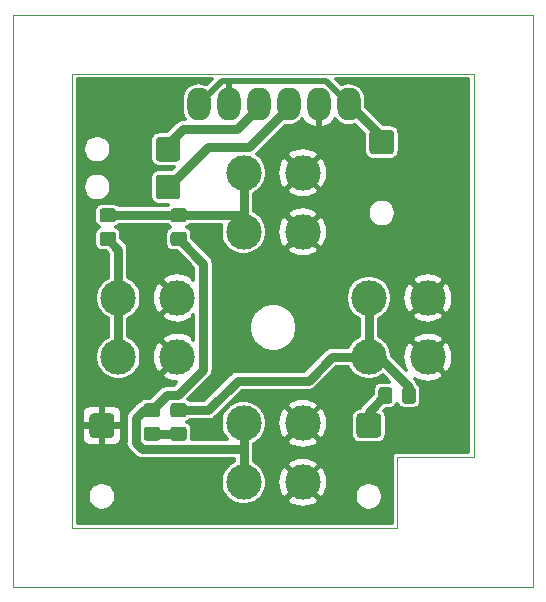
<source format=gbr>
%TF.GenerationSoftware,KiCad,Pcbnew,5.1.10*%
%TF.CreationDate,2022-04-06T13:28:07+02:00*%
%TF.ProjectId,keys,6b657973-2e6b-4696-9361-645f70636258,rev?*%
%TF.SameCoordinates,Original*%
%TF.FileFunction,Copper,L2,Bot*%
%TF.FilePolarity,Positive*%
%FSLAX46Y46*%
G04 Gerber Fmt 4.6, Leading zero omitted, Abs format (unit mm)*
G04 Created by KiCad (PCBNEW 5.1.10) date 2022-04-06 13:28:07*
%MOMM*%
%LPD*%
G01*
G04 APERTURE LIST*
%TA.AperFunction,Profile*%
%ADD10C,0.050000*%
%TD*%
%TA.AperFunction,ComponentPad*%
%ADD11C,3.000000*%
%TD*%
%TA.AperFunction,ComponentPad*%
%ADD12O,2.000000X2.800000*%
%TD*%
%TA.AperFunction,Conductor*%
%ADD13C,0.800000*%
%TD*%
%TA.AperFunction,Conductor*%
%ADD14C,0.500000*%
%TD*%
%TA.AperFunction,Conductor*%
%ADD15C,0.300000*%
%TD*%
%TA.AperFunction,Conductor*%
%ADD16C,0.200000*%
%TD*%
G04 APERTURE END LIST*
D10*
X113000000Y-113500000D02*
X113000000Y-119500000D01*
X119500000Y-113500000D02*
X113000000Y-113500000D01*
X80500000Y-76000000D02*
X124500000Y-76000000D01*
X80500000Y-124500000D02*
X80500000Y-76000000D01*
X124500000Y-124500000D02*
X80500000Y-124500000D01*
X124500000Y-76000000D02*
X124500000Y-124500000D01*
X113000000Y-119500000D02*
X109500000Y-119500000D01*
X85500000Y-81000000D02*
X85500000Y-102300000D01*
X119500000Y-81000000D02*
X85500000Y-81000000D01*
X119500000Y-85500000D02*
X119500000Y-81000000D01*
X119500000Y-113500000D02*
X119500000Y-85500000D01*
X85500000Y-119500000D02*
X109500000Y-119500000D01*
X85500000Y-102300000D02*
X85500000Y-119500000D01*
%TO.P,R4,2*%
%TO.N,Net-(R3-Pad1)*%
%TA.AperFunction,SMDPad,CuDef*%
G36*
G01*
X94049999Y-110900000D02*
X94950001Y-110900000D01*
G75*
G02*
X95200000Y-111149999I0J-249999D01*
G01*
X95200000Y-111850001D01*
G75*
G02*
X94950001Y-112100000I-249999J0D01*
G01*
X94049999Y-112100000D01*
G75*
G02*
X93800000Y-111850001I0J249999D01*
G01*
X93800000Y-111149999D01*
G75*
G02*
X94049999Y-110900000I249999J0D01*
G01*
G37*
%TD.AperFunction*%
%TO.P,R4,1*%
%TO.N,Net-(R4-Pad1)*%
%TA.AperFunction,SMDPad,CuDef*%
G36*
G01*
X94049999Y-108900000D02*
X94950001Y-108900000D01*
G75*
G02*
X95200000Y-109149999I0J-249999D01*
G01*
X95200000Y-109850001D01*
G75*
G02*
X94950001Y-110100000I-249999J0D01*
G01*
X94049999Y-110100000D01*
G75*
G02*
X93800000Y-109850001I0J249999D01*
G01*
X93800000Y-109149999D01*
G75*
G02*
X94049999Y-108900000I249999J0D01*
G01*
G37*
%TD.AperFunction*%
%TD*%
%TO.P,R2,2*%
%TO.N,Net-(R1-Pad1)*%
%TA.AperFunction,SMDPad,CuDef*%
G36*
G01*
X94950001Y-93600000D02*
X94049999Y-93600000D01*
G75*
G02*
X93800000Y-93350001I0J249999D01*
G01*
X93800000Y-92649999D01*
G75*
G02*
X94049999Y-92400000I249999J0D01*
G01*
X94950001Y-92400000D01*
G75*
G02*
X95200000Y-92649999I0J-249999D01*
G01*
X95200000Y-93350001D01*
G75*
G02*
X94950001Y-93600000I-249999J0D01*
G01*
G37*
%TD.AperFunction*%
%TO.P,R2,1*%
%TO.N,Net-(R2-Pad1)*%
%TA.AperFunction,SMDPad,CuDef*%
G36*
G01*
X94950001Y-95600000D02*
X94049999Y-95600000D01*
G75*
G02*
X93800000Y-95350001I0J249999D01*
G01*
X93800000Y-94649999D01*
G75*
G02*
X94049999Y-94400000I249999J0D01*
G01*
X94950001Y-94400000D01*
G75*
G02*
X95200000Y-94649999I0J-249999D01*
G01*
X95200000Y-95350001D01*
G75*
G02*
X94950001Y-95600000I-249999J0D01*
G01*
G37*
%TD.AperFunction*%
%TD*%
D11*
%TO.P,SW4,3*%
%TO.N,Net-(R4-Pad1)*%
X110600000Y-105000000D03*
%TO.P,SW4,4*%
%TO.N,GND*%
X115600000Y-105000000D03*
%TO.P,SW4,2*%
X115600000Y-100000000D03*
%TO.P,SW4,1*%
%TO.N,Net-(R4-Pad1)*%
X110600000Y-100000000D03*
%TD*%
%TO.P,SW3,3*%
%TO.N,Net-(R2-Pad1)*%
X100000000Y-115600000D03*
%TO.P,SW3,4*%
%TO.N,GND*%
X105000000Y-115600000D03*
%TO.P,SW3,2*%
X105000000Y-110600000D03*
%TO.P,SW3,1*%
%TO.N,Net-(R2-Pad1)*%
X100000000Y-110600000D03*
%TD*%
%TO.P,SW2,3*%
%TO.N,Net-(R1-Pad1)*%
X100000000Y-94400000D03*
%TO.P,SW2,4*%
%TO.N,GND*%
X105000000Y-94400000D03*
%TO.P,SW2,2*%
X105000000Y-89400000D03*
%TO.P,SW2,1*%
%TO.N,Net-(R1-Pad1)*%
X100000000Y-89400000D03*
%TD*%
%TO.P,SW1,3*%
%TO.N,Net-(R1-Pad2)*%
X89400000Y-105000000D03*
%TO.P,SW1,4*%
%TO.N,GND*%
X94400000Y-105000000D03*
%TO.P,SW1,2*%
X94400000Y-100000000D03*
%TO.P,SW1,1*%
%TO.N,Net-(R1-Pad2)*%
X89400000Y-100000000D03*
%TD*%
%TO.P,R5,2*%
%TO.N,Net-(R4-Pad1)*%
%TA.AperFunction,SMDPad,CuDef*%
G36*
G01*
X113400000Y-108700001D02*
X113400000Y-107799999D01*
G75*
G02*
X113649999Y-107550000I249999J0D01*
G01*
X114350001Y-107550000D01*
G75*
G02*
X114600000Y-107799999I0J-249999D01*
G01*
X114600000Y-108700001D01*
G75*
G02*
X114350001Y-108950000I-249999J0D01*
G01*
X113649999Y-108950000D01*
G75*
G02*
X113400000Y-108700001I0J249999D01*
G01*
G37*
%TD.AperFunction*%
%TO.P,R5,1*%
%TO.N,/LRADC*%
%TA.AperFunction,SMDPad,CuDef*%
G36*
G01*
X111400000Y-108700001D02*
X111400000Y-107799999D01*
G75*
G02*
X111649999Y-107550000I249999J0D01*
G01*
X112350001Y-107550000D01*
G75*
G02*
X112600000Y-107799999I0J-249999D01*
G01*
X112600000Y-108700001D01*
G75*
G02*
X112350001Y-108950000I-249999J0D01*
G01*
X111649999Y-108950000D01*
G75*
G02*
X111400000Y-108700001I0J249999D01*
G01*
G37*
%TD.AperFunction*%
%TD*%
%TO.P,R3,2*%
%TO.N,Net-(R2-Pad1)*%
%TA.AperFunction,SMDPad,CuDef*%
G36*
G01*
X92700001Y-110100000D02*
X91799999Y-110100000D01*
G75*
G02*
X91550000Y-109850001I0J249999D01*
G01*
X91550000Y-109149999D01*
G75*
G02*
X91799999Y-108900000I249999J0D01*
G01*
X92700001Y-108900000D01*
G75*
G02*
X92950000Y-109149999I0J-249999D01*
G01*
X92950000Y-109850001D01*
G75*
G02*
X92700001Y-110100000I-249999J0D01*
G01*
G37*
%TD.AperFunction*%
%TO.P,R3,1*%
%TO.N,Net-(R3-Pad1)*%
%TA.AperFunction,SMDPad,CuDef*%
G36*
G01*
X92700001Y-112100000D02*
X91799999Y-112100000D01*
G75*
G02*
X91550000Y-111850001I0J249999D01*
G01*
X91550000Y-111149999D01*
G75*
G02*
X91799999Y-110900000I249999J0D01*
G01*
X92700001Y-110900000D01*
G75*
G02*
X92950000Y-111149999I0J-249999D01*
G01*
X92950000Y-111850001D01*
G75*
G02*
X92700001Y-112100000I-249999J0D01*
G01*
G37*
%TD.AperFunction*%
%TD*%
%TO.P,R1,2*%
%TO.N,Net-(R1-Pad2)*%
%TA.AperFunction,SMDPad,CuDef*%
G36*
G01*
X88049999Y-94400000D02*
X88950001Y-94400000D01*
G75*
G02*
X89200000Y-94649999I0J-249999D01*
G01*
X89200000Y-95350001D01*
G75*
G02*
X88950001Y-95600000I-249999J0D01*
G01*
X88049999Y-95600000D01*
G75*
G02*
X87800000Y-95350001I0J249999D01*
G01*
X87800000Y-94649999D01*
G75*
G02*
X88049999Y-94400000I249999J0D01*
G01*
G37*
%TD.AperFunction*%
%TO.P,R1,1*%
%TO.N,Net-(R1-Pad1)*%
%TA.AperFunction,SMDPad,CuDef*%
G36*
G01*
X88049999Y-92400000D02*
X88950001Y-92400000D01*
G75*
G02*
X89200000Y-92649999I0J-249999D01*
G01*
X89200000Y-93350001D01*
G75*
G02*
X88950001Y-93600000I-249999J0D01*
G01*
X88049999Y-93600000D01*
G75*
G02*
X87800000Y-93350001I0J249999D01*
G01*
X87800000Y-92649999D01*
G75*
G02*
X88049999Y-92400000I249999J0D01*
G01*
G37*
%TD.AperFunction*%
%TD*%
%TO.P,J6,1*%
%TO.N,+3V3*%
%TA.AperFunction,ComponentPad*%
G36*
G01*
X110650000Y-87522400D02*
X110650000Y-86077600D01*
G75*
G02*
X110977600Y-85750000I327600J0D01*
G01*
X112422400Y-85750000D01*
G75*
G02*
X112750000Y-86077600I0J-327600D01*
G01*
X112750000Y-87522400D01*
G75*
G02*
X112422400Y-87850000I-327600J0D01*
G01*
X110977600Y-87850000D01*
G75*
G02*
X110650000Y-87522400I0J327600D01*
G01*
G37*
%TD.AperFunction*%
%TD*%
%TO.P,J5,1*%
%TO.N,/SCL*%
%TA.AperFunction,ComponentPad*%
G36*
G01*
X92877600Y-89550000D02*
X94322400Y-89550000D01*
G75*
G02*
X94650000Y-89877600I0J-327600D01*
G01*
X94650000Y-91322400D01*
G75*
G02*
X94322400Y-91650000I-327600J0D01*
G01*
X92877600Y-91650000D01*
G75*
G02*
X92550000Y-91322400I0J327600D01*
G01*
X92550000Y-89877600D01*
G75*
G02*
X92877600Y-89550000I327600J0D01*
G01*
G37*
%TD.AperFunction*%
%TD*%
%TO.P,J4,1*%
%TO.N,/SDA*%
%TA.AperFunction,ComponentPad*%
G36*
G01*
X92877600Y-86350000D02*
X94322400Y-86350000D01*
G75*
G02*
X94650000Y-86677600I0J-327600D01*
G01*
X94650000Y-88122400D01*
G75*
G02*
X94322400Y-88450000I-327600J0D01*
G01*
X92877600Y-88450000D01*
G75*
G02*
X92550000Y-88122400I0J327600D01*
G01*
X92550000Y-86677600D01*
G75*
G02*
X92877600Y-86350000I327600J0D01*
G01*
G37*
%TD.AperFunction*%
%TD*%
D12*
%TO.P,J3,1*%
%TO.N,+3V3*%
X108900000Y-83600000D03*
%TO.P,J3,2*%
%TO.N,GND*%
X106360000Y-83600000D03*
%TO.P,J3,3*%
%TO.N,/SCL*%
X103820000Y-83600000D03*
%TO.P,J3,4*%
%TO.N,/SDA*%
X101280000Y-83600000D03*
%TO.P,J3,5*%
%TO.N,+3V3*%
X98740000Y-83600000D03*
%TO.P,J3,6*%
X96200000Y-83600000D03*
%TD*%
%TO.P,J2,1*%
%TO.N,GND*%
%TA.AperFunction,ComponentPad*%
G36*
G01*
X86950000Y-111522400D02*
X86950000Y-110077600D01*
G75*
G02*
X87277600Y-109750000I327600J0D01*
G01*
X88722400Y-109750000D01*
G75*
G02*
X89050000Y-110077600I0J-327600D01*
G01*
X89050000Y-111522400D01*
G75*
G02*
X88722400Y-111850000I-327600J0D01*
G01*
X87277600Y-111850000D01*
G75*
G02*
X86950000Y-111522400I0J327600D01*
G01*
G37*
%TD.AperFunction*%
%TD*%
%TO.P,J1,1*%
%TO.N,/LRADC*%
%TA.AperFunction,ComponentPad*%
G36*
G01*
X109550000Y-111522400D02*
X109550000Y-110077600D01*
G75*
G02*
X109877600Y-109750000I327600J0D01*
G01*
X111322400Y-109750000D01*
G75*
G02*
X111650000Y-110077600I0J-327600D01*
G01*
X111650000Y-111522400D01*
G75*
G02*
X111322400Y-111850000I-327600J0D01*
G01*
X109877600Y-111850000D01*
G75*
G02*
X109550000Y-111522400I0J327600D01*
G01*
G37*
%TD.AperFunction*%
%TD*%
D13*
%TO.N,/LRADC*%
X110600000Y-109650000D02*
X112000000Y-108250000D01*
X110600000Y-110800000D02*
X110600000Y-109650000D01*
D14*
%TO.N,+3V3*%
X98740000Y-81660000D02*
X98750010Y-81649990D01*
X98740000Y-83600000D02*
X98740000Y-81660000D01*
D13*
X111700000Y-86400000D02*
X108900000Y-83600000D01*
X111700000Y-86800000D02*
X111700000Y-86400000D01*
D14*
X108900000Y-83547955D02*
X108900000Y-83600000D01*
X107002035Y-81649990D02*
X108900000Y-83547955D01*
X98750010Y-81649990D02*
X107002035Y-81649990D01*
X98150010Y-81649990D02*
X96200000Y-83600000D01*
X98750010Y-81649990D02*
X98150010Y-81649990D01*
D13*
%TO.N,/SDA*%
X101280000Y-83864177D02*
X99444177Y-85700000D01*
X101280000Y-83600000D02*
X101280000Y-83864177D01*
X99444177Y-85700000D02*
X94900000Y-85700000D01*
X94900000Y-85700000D02*
X93600000Y-87000000D01*
%TO.N,/SCL*%
X97000001Y-87199999D02*
X93600000Y-90600000D01*
X100484178Y-87199999D02*
X97000001Y-87199999D01*
X103820000Y-83600000D02*
X103820000Y-83864177D01*
X103820000Y-83864177D02*
X100484178Y-87199999D01*
%TO.N,Net-(R1-Pad2)*%
X89400000Y-100000000D02*
X89400000Y-105000000D01*
X89400000Y-95900000D02*
X88500000Y-95000000D01*
X89400000Y-100000000D02*
X89400000Y-95900000D01*
%TO.N,Net-(R1-Pad1)*%
X88500000Y-93000000D02*
X94500000Y-93000000D01*
X94500000Y-93000000D02*
X100000000Y-93000000D01*
X100000000Y-94400000D02*
X100000000Y-93000000D01*
X100000000Y-93000000D02*
X100000000Y-89400000D01*
%TO.N,Net-(R2-Pad1)*%
X100000000Y-115600000D02*
X100000000Y-114000000D01*
X93550010Y-108199990D02*
X92250000Y-109500000D01*
X94456012Y-108199990D02*
X93550010Y-108199990D01*
X96600001Y-106056001D02*
X94456012Y-108199990D01*
X94500000Y-95000000D02*
X96600001Y-97100001D01*
X96600001Y-97100001D02*
X96600001Y-106056001D01*
X99699990Y-112800010D02*
X100000000Y-112500000D01*
X91406490Y-112800010D02*
X99699990Y-112800010D01*
X90849990Y-110200010D02*
X90849990Y-112243510D01*
X91550000Y-109500000D02*
X90849990Y-110200010D01*
X92250000Y-109500000D02*
X91550000Y-109500000D01*
X90849990Y-112243510D02*
X91406490Y-112800010D01*
X100000000Y-112500000D02*
X100000000Y-110600000D01*
X100000000Y-114000000D02*
X100000000Y-112500000D01*
%TO.N,Net-(R3-Pad1)*%
X92250000Y-111500000D02*
X94500000Y-111500000D01*
%TO.N,Net-(R4-Pad1)*%
X110600000Y-105000000D02*
X110600000Y-100000000D01*
X97000000Y-109500000D02*
X94500000Y-109500000D01*
X99500000Y-107000000D02*
X97000000Y-109500000D01*
X105500000Y-107000000D02*
X99500000Y-107000000D01*
X110600000Y-105000000D02*
X107500000Y-105000000D01*
X107500000Y-105000000D02*
X105500000Y-107000000D01*
X114000000Y-107550000D02*
X114000000Y-108250000D01*
X111450000Y-105000000D02*
X114000000Y-107550000D01*
X110600000Y-105000000D02*
X111450000Y-105000000D01*
%TD*%
D15*
%TO.N,GND*%
X96886985Y-81923065D02*
X96757575Y-81853894D01*
X96484249Y-81770981D01*
X96200000Y-81742985D01*
X95915750Y-81770981D01*
X95642424Y-81853894D01*
X95390526Y-81988536D01*
X95169735Y-82169736D01*
X94988536Y-82390527D01*
X94853894Y-82642425D01*
X94770981Y-82915751D01*
X94750000Y-83128776D01*
X94750000Y-84071225D01*
X94770981Y-84284250D01*
X94853894Y-84557576D01*
X94988536Y-84809474D01*
X95021795Y-84850000D01*
X94941741Y-84850000D01*
X94900000Y-84845889D01*
X94858259Y-84850000D01*
X94858251Y-84850000D01*
X94733371Y-84862300D01*
X94573145Y-84910903D01*
X94425481Y-84989832D01*
X94328480Y-85069438D01*
X94328475Y-85069443D01*
X94296052Y-85096052D01*
X94269443Y-85128475D01*
X93500096Y-85897823D01*
X92877600Y-85897823D01*
X92725473Y-85912806D01*
X92579192Y-85957180D01*
X92444379Y-86029239D01*
X92326214Y-86126214D01*
X92229239Y-86244379D01*
X92157180Y-86379192D01*
X92112806Y-86525473D01*
X92097823Y-86677600D01*
X92097823Y-88122400D01*
X92112806Y-88274527D01*
X92157180Y-88420808D01*
X92229239Y-88555621D01*
X92326214Y-88673786D01*
X92444379Y-88770761D01*
X92579192Y-88842820D01*
X92725473Y-88887194D01*
X92877600Y-88902177D01*
X94095742Y-88902177D01*
X93900096Y-89097823D01*
X92877600Y-89097823D01*
X92725473Y-89112806D01*
X92579192Y-89157180D01*
X92444379Y-89229239D01*
X92326214Y-89326214D01*
X92229239Y-89444379D01*
X92157180Y-89579192D01*
X92112806Y-89725473D01*
X92097823Y-89877600D01*
X92097823Y-91322400D01*
X92112806Y-91474527D01*
X92157180Y-91620808D01*
X92229239Y-91755621D01*
X92326214Y-91873786D01*
X92444379Y-91970761D01*
X92579192Y-92042820D01*
X92725473Y-92087194D01*
X92877600Y-92102177D01*
X93616006Y-92102177D01*
X93557734Y-92150000D01*
X89442266Y-92150000D01*
X89340109Y-92066161D01*
X89218712Y-92001273D01*
X89086989Y-91961315D01*
X88950001Y-91947823D01*
X88049999Y-91947823D01*
X87913011Y-91961315D01*
X87781288Y-92001273D01*
X87659891Y-92066161D01*
X87553486Y-92153486D01*
X87466161Y-92259891D01*
X87401273Y-92381288D01*
X87361315Y-92513011D01*
X87347823Y-92649999D01*
X87347823Y-93350001D01*
X87361315Y-93486989D01*
X87401273Y-93618712D01*
X87466161Y-93740109D01*
X87553486Y-93846514D01*
X87659891Y-93933839D01*
X87781288Y-93998727D01*
X87785484Y-94000000D01*
X87781288Y-94001273D01*
X87659891Y-94066161D01*
X87553486Y-94153486D01*
X87466161Y-94259891D01*
X87401273Y-94381288D01*
X87361315Y-94513011D01*
X87347823Y-94649999D01*
X87347823Y-95350001D01*
X87361315Y-95486989D01*
X87401273Y-95618712D01*
X87466161Y-95740109D01*
X87553486Y-95846514D01*
X87659891Y-95933839D01*
X87781288Y-95998727D01*
X87913011Y-96038685D01*
X88049999Y-96052177D01*
X88350096Y-96052177D01*
X88550001Y-96252082D01*
X88550000Y-98241417D01*
X88476329Y-98271933D01*
X88156948Y-98485336D01*
X87885336Y-98756948D01*
X87671933Y-99076329D01*
X87524938Y-99431206D01*
X87450000Y-99807942D01*
X87450000Y-100192058D01*
X87524938Y-100568794D01*
X87671933Y-100923671D01*
X87885336Y-101243052D01*
X88156948Y-101514664D01*
X88476329Y-101728067D01*
X88550000Y-101758583D01*
X88550001Y-103241417D01*
X88476329Y-103271933D01*
X88156948Y-103485336D01*
X87885336Y-103756948D01*
X87671933Y-104076329D01*
X87524938Y-104431206D01*
X87450000Y-104807942D01*
X87450000Y-105192058D01*
X87524938Y-105568794D01*
X87671933Y-105923671D01*
X87885336Y-106243052D01*
X88156948Y-106514664D01*
X88476329Y-106728067D01*
X88831206Y-106875062D01*
X89207942Y-106950000D01*
X89592058Y-106950000D01*
X89968794Y-106875062D01*
X90323671Y-106728067D01*
X90643052Y-106514664D01*
X90914664Y-106243052D01*
X91128067Y-105923671D01*
X91275062Y-105568794D01*
X91350000Y-105192058D01*
X91350000Y-105015197D01*
X92239650Y-105015197D01*
X92284126Y-105436368D01*
X92409913Y-105840770D01*
X92595292Y-106187590D01*
X92918329Y-106340249D01*
X94258579Y-105000000D01*
X92918329Y-103659751D01*
X92595292Y-103812410D01*
X92398282Y-104187310D01*
X92278196Y-104593442D01*
X92239650Y-105015197D01*
X91350000Y-105015197D01*
X91350000Y-104807942D01*
X91275062Y-104431206D01*
X91128067Y-104076329D01*
X90914664Y-103756948D01*
X90643052Y-103485336D01*
X90323671Y-103271933D01*
X90250000Y-103241417D01*
X90250000Y-101758583D01*
X90323671Y-101728067D01*
X90643052Y-101514664D01*
X90914664Y-101243052D01*
X91128067Y-100923671D01*
X91275062Y-100568794D01*
X91350000Y-100192058D01*
X91350000Y-100015197D01*
X92239650Y-100015197D01*
X92284126Y-100436368D01*
X92409913Y-100840770D01*
X92595292Y-101187590D01*
X92918329Y-101340249D01*
X94258579Y-100000000D01*
X92918329Y-98659751D01*
X92595292Y-98812410D01*
X92398282Y-99187310D01*
X92278196Y-99593442D01*
X92239650Y-100015197D01*
X91350000Y-100015197D01*
X91350000Y-99807942D01*
X91275062Y-99431206D01*
X91128067Y-99076329D01*
X90914664Y-98756948D01*
X90643052Y-98485336D01*
X90323671Y-98271933D01*
X90250000Y-98241417D01*
X90250000Y-95941740D01*
X90254111Y-95899999D01*
X90250000Y-95858258D01*
X90250000Y-95858251D01*
X90239241Y-95749013D01*
X90237700Y-95733370D01*
X90189097Y-95573145D01*
X90110167Y-95425480D01*
X90030561Y-95328480D01*
X90003948Y-95296052D01*
X89971519Y-95269438D01*
X89652177Y-94950096D01*
X89652177Y-94649999D01*
X89638685Y-94513011D01*
X89598727Y-94381288D01*
X89533839Y-94259891D01*
X89446514Y-94153486D01*
X89340109Y-94066161D01*
X89218712Y-94001273D01*
X89214516Y-94000000D01*
X89218712Y-93998727D01*
X89340109Y-93933839D01*
X89442266Y-93850000D01*
X93557734Y-93850000D01*
X93659891Y-93933839D01*
X93781288Y-93998727D01*
X93785484Y-94000000D01*
X93781288Y-94001273D01*
X93659891Y-94066161D01*
X93553486Y-94153486D01*
X93466161Y-94259891D01*
X93401273Y-94381288D01*
X93361315Y-94513011D01*
X93347823Y-94649999D01*
X93347823Y-95350001D01*
X93361315Y-95486989D01*
X93401273Y-95618712D01*
X93466161Y-95740109D01*
X93553486Y-95846514D01*
X93659891Y-95933839D01*
X93781288Y-95998727D01*
X93913011Y-96038685D01*
X94049999Y-96052177D01*
X94350097Y-96052177D01*
X95750001Y-97452082D01*
X95750001Y-98508575D01*
X95740248Y-98518328D01*
X95587590Y-98195292D01*
X95212690Y-97998282D01*
X94806558Y-97878196D01*
X94384803Y-97839650D01*
X93963632Y-97884126D01*
X93559230Y-98009913D01*
X93212410Y-98195292D01*
X93059751Y-98518329D01*
X94400000Y-99858579D01*
X94414142Y-99844436D01*
X94555564Y-99985858D01*
X94541421Y-100000000D01*
X94555564Y-100014143D01*
X94414142Y-100155564D01*
X94400000Y-100141421D01*
X93059751Y-101481671D01*
X93212410Y-101804708D01*
X93587310Y-102001718D01*
X93993442Y-102121804D01*
X94415197Y-102160350D01*
X94836368Y-102115874D01*
X95240770Y-101990087D01*
X95587590Y-101804708D01*
X95740248Y-101481672D01*
X95750001Y-101491425D01*
X95750002Y-103508574D01*
X95740248Y-103518328D01*
X95587590Y-103195292D01*
X95212690Y-102998282D01*
X94806558Y-102878196D01*
X94384803Y-102839650D01*
X93963632Y-102884126D01*
X93559230Y-103009913D01*
X93212410Y-103195292D01*
X93059751Y-103518329D01*
X94400000Y-104858579D01*
X94414142Y-104844436D01*
X94555564Y-104985858D01*
X94541421Y-105000000D01*
X94555564Y-105014143D01*
X94414142Y-105155564D01*
X94400000Y-105141421D01*
X93059751Y-106481671D01*
X93212410Y-106804708D01*
X93587310Y-107001718D01*
X93993442Y-107121804D01*
X94303757Y-107150165D01*
X94103932Y-107349990D01*
X93591751Y-107349990D01*
X93550010Y-107345879D01*
X93508269Y-107349990D01*
X93508261Y-107349990D01*
X93383381Y-107362290D01*
X93223155Y-107410893D01*
X93075491Y-107489822D01*
X92946062Y-107596042D01*
X92919448Y-107628471D01*
X92100097Y-108447823D01*
X91799999Y-108447823D01*
X91663011Y-108461315D01*
X91531288Y-108501273D01*
X91409891Y-108566161D01*
X91303486Y-108653486D01*
X91267376Y-108697486D01*
X91223145Y-108710903D01*
X91075481Y-108789832D01*
X90978480Y-108869438D01*
X90978475Y-108869443D01*
X90946052Y-108896052D01*
X90919443Y-108928476D01*
X90278475Y-109569445D01*
X90246042Y-109596062D01*
X90139822Y-109725492D01*
X90085642Y-109826855D01*
X90060893Y-109873156D01*
X90023614Y-109996052D01*
X90012290Y-110033382D01*
X89999990Y-110158262D01*
X89999990Y-110158269D01*
X89995879Y-110200010D01*
X89999990Y-110241751D01*
X89999991Y-112201759D01*
X89995879Y-112243510D01*
X90012290Y-112410139D01*
X90060893Y-112570364D01*
X90094577Y-112633381D01*
X90139823Y-112718029D01*
X90246043Y-112847458D01*
X90278471Y-112874071D01*
X90775924Y-113371524D01*
X90802542Y-113403958D01*
X90931971Y-113510178D01*
X91079635Y-113589107D01*
X91239861Y-113637710D01*
X91364741Y-113650010D01*
X91364749Y-113650010D01*
X91406490Y-113654121D01*
X91448231Y-113650010D01*
X99150000Y-113650010D01*
X99150000Y-113841417D01*
X99076329Y-113871933D01*
X98756948Y-114085336D01*
X98485336Y-114356948D01*
X98271933Y-114676329D01*
X98124938Y-115031206D01*
X98050000Y-115407942D01*
X98050000Y-115792058D01*
X98124938Y-116168794D01*
X98271933Y-116523671D01*
X98485336Y-116843052D01*
X98756948Y-117114664D01*
X99076329Y-117328067D01*
X99431206Y-117475062D01*
X99807942Y-117550000D01*
X100192058Y-117550000D01*
X100568794Y-117475062D01*
X100923671Y-117328067D01*
X101243052Y-117114664D01*
X101276045Y-117081671D01*
X103659751Y-117081671D01*
X103812410Y-117404708D01*
X104187310Y-117601718D01*
X104593442Y-117721804D01*
X105015197Y-117760350D01*
X105436368Y-117715874D01*
X105840770Y-117590087D01*
X106187590Y-117404708D01*
X106340249Y-117081671D01*
X105000000Y-115741421D01*
X103659751Y-117081671D01*
X101276045Y-117081671D01*
X101514664Y-116843052D01*
X101728067Y-116523671D01*
X101875062Y-116168794D01*
X101950000Y-115792058D01*
X101950000Y-115615197D01*
X102839650Y-115615197D01*
X102884126Y-116036368D01*
X103009913Y-116440770D01*
X103195292Y-116787590D01*
X103518329Y-116940249D01*
X104858579Y-115600000D01*
X105141421Y-115600000D01*
X106481671Y-116940249D01*
X106804708Y-116787590D01*
X106860295Y-116681810D01*
X109400000Y-116681810D01*
X109400000Y-116918190D01*
X109446116Y-117150027D01*
X109536574Y-117368413D01*
X109667899Y-117564955D01*
X109835045Y-117732101D01*
X110031587Y-117863426D01*
X110249973Y-117953884D01*
X110481810Y-118000000D01*
X110718190Y-118000000D01*
X110950027Y-117953884D01*
X111168413Y-117863426D01*
X111364955Y-117732101D01*
X111532101Y-117564955D01*
X111663426Y-117368413D01*
X111753884Y-117150027D01*
X111800000Y-116918190D01*
X111800000Y-116681810D01*
X111753884Y-116449973D01*
X111663426Y-116231587D01*
X111532101Y-116035045D01*
X111364955Y-115867899D01*
X111168413Y-115736574D01*
X110950027Y-115646116D01*
X110718190Y-115600000D01*
X110481810Y-115600000D01*
X110249973Y-115646116D01*
X110031587Y-115736574D01*
X109835045Y-115867899D01*
X109667899Y-116035045D01*
X109536574Y-116231587D01*
X109446116Y-116449973D01*
X109400000Y-116681810D01*
X106860295Y-116681810D01*
X107001718Y-116412690D01*
X107121804Y-116006558D01*
X107160350Y-115584803D01*
X107115874Y-115163632D01*
X106990087Y-114759230D01*
X106804708Y-114412410D01*
X106481671Y-114259751D01*
X105141421Y-115600000D01*
X104858579Y-115600000D01*
X103518329Y-114259751D01*
X103195292Y-114412410D01*
X102998282Y-114787310D01*
X102878196Y-115193442D01*
X102839650Y-115615197D01*
X101950000Y-115615197D01*
X101950000Y-115407942D01*
X101875062Y-115031206D01*
X101728067Y-114676329D01*
X101514664Y-114356948D01*
X101276045Y-114118329D01*
X103659751Y-114118329D01*
X105000000Y-115458579D01*
X106340249Y-114118329D01*
X106187590Y-113795292D01*
X105812690Y-113598282D01*
X105406558Y-113478196D01*
X104984803Y-113439650D01*
X104563632Y-113484126D01*
X104159230Y-113609913D01*
X103812410Y-113795292D01*
X103659751Y-114118329D01*
X101276045Y-114118329D01*
X101243052Y-114085336D01*
X100923671Y-113871933D01*
X100850000Y-113841417D01*
X100850000Y-112541742D01*
X100854111Y-112500001D01*
X100850000Y-112458260D01*
X100850000Y-112358583D01*
X100923671Y-112328067D01*
X101243052Y-112114664D01*
X101276045Y-112081671D01*
X103659751Y-112081671D01*
X103812410Y-112404708D01*
X104187310Y-112601718D01*
X104593442Y-112721804D01*
X105015197Y-112760350D01*
X105436368Y-112715874D01*
X105840770Y-112590087D01*
X106187590Y-112404708D01*
X106340249Y-112081671D01*
X105000000Y-110741421D01*
X103659751Y-112081671D01*
X101276045Y-112081671D01*
X101514664Y-111843052D01*
X101728067Y-111523671D01*
X101875062Y-111168794D01*
X101950000Y-110792058D01*
X101950000Y-110615197D01*
X102839650Y-110615197D01*
X102884126Y-111036368D01*
X103009913Y-111440770D01*
X103195292Y-111787590D01*
X103518329Y-111940249D01*
X104858579Y-110600000D01*
X105141421Y-110600000D01*
X106481671Y-111940249D01*
X106804708Y-111787590D01*
X107001718Y-111412690D01*
X107121804Y-111006558D01*
X107160350Y-110584803D01*
X107115874Y-110163632D01*
X106990087Y-109759230D01*
X106804708Y-109412410D01*
X106481671Y-109259751D01*
X105141421Y-110600000D01*
X104858579Y-110600000D01*
X103518329Y-109259751D01*
X103195292Y-109412410D01*
X102998282Y-109787310D01*
X102878196Y-110193442D01*
X102839650Y-110615197D01*
X101950000Y-110615197D01*
X101950000Y-110407942D01*
X101875062Y-110031206D01*
X101728067Y-109676329D01*
X101514664Y-109356948D01*
X101276045Y-109118329D01*
X103659751Y-109118329D01*
X105000000Y-110458579D01*
X106340249Y-109118329D01*
X106187590Y-108795292D01*
X105812690Y-108598282D01*
X105406558Y-108478196D01*
X104984803Y-108439650D01*
X104563632Y-108484126D01*
X104159230Y-108609913D01*
X103812410Y-108795292D01*
X103659751Y-109118329D01*
X101276045Y-109118329D01*
X101243052Y-109085336D01*
X100923671Y-108871933D01*
X100568794Y-108724938D01*
X100192058Y-108650000D01*
X99807942Y-108650000D01*
X99431206Y-108724938D01*
X99076329Y-108871933D01*
X98756948Y-109085336D01*
X98485336Y-109356948D01*
X98271933Y-109676329D01*
X98124938Y-110031206D01*
X98050000Y-110407942D01*
X98050000Y-110792058D01*
X98124938Y-111168794D01*
X98271933Y-111523671D01*
X98485336Y-111843052D01*
X98592294Y-111950010D01*
X95642327Y-111950010D01*
X95652177Y-111850001D01*
X95652177Y-111149999D01*
X95638685Y-111013011D01*
X95598727Y-110881288D01*
X95533839Y-110759891D01*
X95446514Y-110653486D01*
X95340109Y-110566161D01*
X95218712Y-110501273D01*
X95214516Y-110500000D01*
X95218712Y-110498727D01*
X95340109Y-110433839D01*
X95442266Y-110350000D01*
X96958259Y-110350000D01*
X97000000Y-110354111D01*
X97041741Y-110350000D01*
X97041749Y-110350000D01*
X97166629Y-110337700D01*
X97326855Y-110289097D01*
X97474519Y-110210168D01*
X97603948Y-110103948D01*
X97630566Y-110071514D01*
X99852081Y-107850000D01*
X105458259Y-107850000D01*
X105500000Y-107854111D01*
X105541741Y-107850000D01*
X105541749Y-107850000D01*
X105666629Y-107837700D01*
X105826855Y-107789097D01*
X105974519Y-107710168D01*
X106103948Y-107603948D01*
X106130566Y-107571514D01*
X107852081Y-105850000D01*
X108841417Y-105850000D01*
X108871933Y-105923671D01*
X109085336Y-106243052D01*
X109356948Y-106514664D01*
X109676329Y-106728067D01*
X110031206Y-106875062D01*
X110407942Y-106950000D01*
X110792058Y-106950000D01*
X111168794Y-106875062D01*
X111523671Y-106728067D01*
X111794814Y-106546895D01*
X112345742Y-107097823D01*
X111649999Y-107097823D01*
X111513011Y-107111315D01*
X111381288Y-107151273D01*
X111259891Y-107216161D01*
X111153486Y-107303486D01*
X111066161Y-107409891D01*
X111001273Y-107531288D01*
X110961315Y-107663011D01*
X110947823Y-107799999D01*
X110947823Y-108100096D01*
X110028481Y-109019439D01*
X109996053Y-109046052D01*
X109889833Y-109175481D01*
X109873023Y-109206930D01*
X109821485Y-109303350D01*
X109725473Y-109312806D01*
X109579192Y-109357180D01*
X109444379Y-109429239D01*
X109326214Y-109526214D01*
X109229239Y-109644379D01*
X109157180Y-109779192D01*
X109112806Y-109925473D01*
X109097823Y-110077600D01*
X109097823Y-111522400D01*
X109112806Y-111674527D01*
X109157180Y-111820808D01*
X109229239Y-111955621D01*
X109326214Y-112073786D01*
X109444379Y-112170761D01*
X109579192Y-112242820D01*
X109725473Y-112287194D01*
X109877600Y-112302177D01*
X111322400Y-112302177D01*
X111474527Y-112287194D01*
X111620808Y-112242820D01*
X111755621Y-112170761D01*
X111873786Y-112073786D01*
X111970761Y-111955621D01*
X112042820Y-111820808D01*
X112087194Y-111674527D01*
X112102177Y-111522400D01*
X112102177Y-110077600D01*
X112087194Y-109925473D01*
X112042820Y-109779192D01*
X111970761Y-109644379D01*
X111897261Y-109554819D01*
X112049904Y-109402177D01*
X112350001Y-109402177D01*
X112486989Y-109388685D01*
X112618712Y-109348727D01*
X112740109Y-109283839D01*
X112846514Y-109196514D01*
X112933839Y-109090109D01*
X112998727Y-108968712D01*
X113000000Y-108964516D01*
X113001273Y-108968712D01*
X113066161Y-109090109D01*
X113153486Y-109196514D01*
X113259891Y-109283839D01*
X113381288Y-109348727D01*
X113513011Y-109388685D01*
X113649999Y-109402177D01*
X114350001Y-109402177D01*
X114486989Y-109388685D01*
X114618712Y-109348727D01*
X114740109Y-109283839D01*
X114846514Y-109196514D01*
X114933839Y-109090109D01*
X114998727Y-108968712D01*
X115038685Y-108836989D01*
X115052177Y-108700001D01*
X115052177Y-107799999D01*
X115038685Y-107663011D01*
X114998727Y-107531288D01*
X114933839Y-107409891D01*
X114846514Y-107303486D01*
X114802514Y-107267376D01*
X114789097Y-107223145D01*
X114710168Y-107075481D01*
X114630562Y-106978480D01*
X114630557Y-106978475D01*
X114603948Y-106946052D01*
X114571526Y-106919444D01*
X114505940Y-106853858D01*
X114787310Y-107001718D01*
X115193442Y-107121804D01*
X115615197Y-107160350D01*
X116036368Y-107115874D01*
X116440770Y-106990087D01*
X116787590Y-106804708D01*
X116940249Y-106481671D01*
X115600000Y-105141421D01*
X115585858Y-105155564D01*
X115444436Y-105014142D01*
X115458579Y-105000000D01*
X115741421Y-105000000D01*
X117081671Y-106340249D01*
X117404708Y-106187590D01*
X117601718Y-105812690D01*
X117721804Y-105406558D01*
X117760350Y-104984803D01*
X117715874Y-104563632D01*
X117590087Y-104159230D01*
X117404708Y-103812410D01*
X117081671Y-103659751D01*
X115741421Y-105000000D01*
X115458579Y-105000000D01*
X114118329Y-103659751D01*
X113795292Y-103812410D01*
X113598282Y-104187310D01*
X113478196Y-104593442D01*
X113439650Y-105015197D01*
X113484126Y-105436368D01*
X113609913Y-105840770D01*
X113744332Y-106092251D01*
X112550000Y-104897920D01*
X112550000Y-104807942D01*
X112475062Y-104431206D01*
X112328067Y-104076329D01*
X112114664Y-103756948D01*
X111876045Y-103518329D01*
X114259751Y-103518329D01*
X115600000Y-104858579D01*
X116940249Y-103518329D01*
X116787590Y-103195292D01*
X116412690Y-102998282D01*
X116006558Y-102878196D01*
X115584803Y-102839650D01*
X115163632Y-102884126D01*
X114759230Y-103009913D01*
X114412410Y-103195292D01*
X114259751Y-103518329D01*
X111876045Y-103518329D01*
X111843052Y-103485336D01*
X111523671Y-103271933D01*
X111450000Y-103241417D01*
X111450000Y-101758583D01*
X111523671Y-101728067D01*
X111843052Y-101514664D01*
X111876045Y-101481671D01*
X114259751Y-101481671D01*
X114412410Y-101804708D01*
X114787310Y-102001718D01*
X115193442Y-102121804D01*
X115615197Y-102160350D01*
X116036368Y-102115874D01*
X116440770Y-101990087D01*
X116787590Y-101804708D01*
X116940249Y-101481671D01*
X115600000Y-100141421D01*
X114259751Y-101481671D01*
X111876045Y-101481671D01*
X112114664Y-101243052D01*
X112328067Y-100923671D01*
X112475062Y-100568794D01*
X112550000Y-100192058D01*
X112550000Y-100015197D01*
X113439650Y-100015197D01*
X113484126Y-100436368D01*
X113609913Y-100840770D01*
X113795292Y-101187590D01*
X114118329Y-101340249D01*
X115458579Y-100000000D01*
X115741421Y-100000000D01*
X117081671Y-101340249D01*
X117404708Y-101187590D01*
X117601718Y-100812690D01*
X117721804Y-100406558D01*
X117760350Y-99984803D01*
X117715874Y-99563632D01*
X117590087Y-99159230D01*
X117404708Y-98812410D01*
X117081671Y-98659751D01*
X115741421Y-100000000D01*
X115458579Y-100000000D01*
X114118329Y-98659751D01*
X113795292Y-98812410D01*
X113598282Y-99187310D01*
X113478196Y-99593442D01*
X113439650Y-100015197D01*
X112550000Y-100015197D01*
X112550000Y-99807942D01*
X112475062Y-99431206D01*
X112328067Y-99076329D01*
X112114664Y-98756948D01*
X111876045Y-98518329D01*
X114259751Y-98518329D01*
X115600000Y-99858579D01*
X116940249Y-98518329D01*
X116787590Y-98195292D01*
X116412690Y-97998282D01*
X116006558Y-97878196D01*
X115584803Y-97839650D01*
X115163632Y-97884126D01*
X114759230Y-98009913D01*
X114412410Y-98195292D01*
X114259751Y-98518329D01*
X111876045Y-98518329D01*
X111843052Y-98485336D01*
X111523671Y-98271933D01*
X111168794Y-98124938D01*
X110792058Y-98050000D01*
X110407942Y-98050000D01*
X110031206Y-98124938D01*
X109676329Y-98271933D01*
X109356948Y-98485336D01*
X109085336Y-98756948D01*
X108871933Y-99076329D01*
X108724938Y-99431206D01*
X108650000Y-99807942D01*
X108650000Y-100192058D01*
X108724938Y-100568794D01*
X108871933Y-100923671D01*
X109085336Y-101243052D01*
X109356948Y-101514664D01*
X109676329Y-101728067D01*
X109750001Y-101758583D01*
X109750000Y-103241417D01*
X109676329Y-103271933D01*
X109356948Y-103485336D01*
X109085336Y-103756948D01*
X108871933Y-104076329D01*
X108841417Y-104150000D01*
X107541740Y-104150000D01*
X107499999Y-104145889D01*
X107458258Y-104150000D01*
X107458251Y-104150000D01*
X107349013Y-104160759D01*
X107333370Y-104162300D01*
X107250922Y-104187310D01*
X107173145Y-104210903D01*
X107025481Y-104289832D01*
X106896052Y-104396052D01*
X106869439Y-104428481D01*
X105147920Y-106150000D01*
X99541741Y-106150000D01*
X99500000Y-106145889D01*
X99458259Y-106150000D01*
X99458251Y-106150000D01*
X99333371Y-106162300D01*
X99173145Y-106210903D01*
X99025481Y-106289832D01*
X98896052Y-106396052D01*
X98869439Y-106428480D01*
X96647920Y-108650000D01*
X95442266Y-108650000D01*
X95340109Y-108566161D01*
X95308706Y-108549376D01*
X97171520Y-106686562D01*
X97203949Y-106659949D01*
X97310169Y-106530520D01*
X97389098Y-106382856D01*
X97437701Y-106222630D01*
X97450001Y-106097750D01*
X97450001Y-106097740D01*
X97454112Y-106056002D01*
X97450001Y-106014264D01*
X97450001Y-102298093D01*
X100450000Y-102298093D01*
X100450000Y-102701907D01*
X100528780Y-103097963D01*
X100683314Y-103471039D01*
X100907661Y-103806799D01*
X101193201Y-104092339D01*
X101528961Y-104316686D01*
X101902037Y-104471220D01*
X102298093Y-104550000D01*
X102701907Y-104550000D01*
X103097963Y-104471220D01*
X103471039Y-104316686D01*
X103806799Y-104092339D01*
X104092339Y-103806799D01*
X104316686Y-103471039D01*
X104471220Y-103097963D01*
X104550000Y-102701907D01*
X104550000Y-102298093D01*
X104471220Y-101902037D01*
X104316686Y-101528961D01*
X104092339Y-101193201D01*
X103806799Y-100907661D01*
X103471039Y-100683314D01*
X103097963Y-100528780D01*
X102701907Y-100450000D01*
X102298093Y-100450000D01*
X101902037Y-100528780D01*
X101528961Y-100683314D01*
X101193201Y-100907661D01*
X100907661Y-101193201D01*
X100683314Y-101528961D01*
X100528780Y-101902037D01*
X100450000Y-102298093D01*
X97450001Y-102298093D01*
X97450001Y-97141742D01*
X97454112Y-97100001D01*
X97450001Y-97058260D01*
X97450001Y-97058252D01*
X97437701Y-96933372D01*
X97389098Y-96773146D01*
X97310169Y-96625482D01*
X97203949Y-96496053D01*
X97171522Y-96469441D01*
X95652177Y-94950097D01*
X95652177Y-94649999D01*
X95638685Y-94513011D01*
X95598727Y-94381288D01*
X95533839Y-94259891D01*
X95446514Y-94153486D01*
X95340109Y-94066161D01*
X95218712Y-94001273D01*
X95214516Y-94000000D01*
X95218712Y-93998727D01*
X95340109Y-93933839D01*
X95442266Y-93850000D01*
X98121200Y-93850000D01*
X98050000Y-94207942D01*
X98050000Y-94592058D01*
X98124938Y-94968794D01*
X98271933Y-95323671D01*
X98485336Y-95643052D01*
X98756948Y-95914664D01*
X99076329Y-96128067D01*
X99431206Y-96275062D01*
X99807942Y-96350000D01*
X100192058Y-96350000D01*
X100568794Y-96275062D01*
X100923671Y-96128067D01*
X101243052Y-95914664D01*
X101276045Y-95881671D01*
X103659751Y-95881671D01*
X103812410Y-96204708D01*
X104187310Y-96401718D01*
X104593442Y-96521804D01*
X105015197Y-96560350D01*
X105436368Y-96515874D01*
X105840770Y-96390087D01*
X106187590Y-96204708D01*
X106340249Y-95881671D01*
X105000000Y-94541421D01*
X103659751Y-95881671D01*
X101276045Y-95881671D01*
X101514664Y-95643052D01*
X101728067Y-95323671D01*
X101875062Y-94968794D01*
X101950000Y-94592058D01*
X101950000Y-94415197D01*
X102839650Y-94415197D01*
X102884126Y-94836368D01*
X103009913Y-95240770D01*
X103195292Y-95587590D01*
X103518329Y-95740249D01*
X104858579Y-94400000D01*
X105141421Y-94400000D01*
X106481671Y-95740249D01*
X106804708Y-95587590D01*
X107001718Y-95212690D01*
X107121804Y-94806558D01*
X107160350Y-94384803D01*
X107115874Y-93963632D01*
X106990087Y-93559230D01*
X106804708Y-93212410D01*
X106481671Y-93059751D01*
X105141421Y-94400000D01*
X104858579Y-94400000D01*
X103518329Y-93059751D01*
X103195292Y-93212410D01*
X102998282Y-93587310D01*
X102878196Y-93993442D01*
X102839650Y-94415197D01*
X101950000Y-94415197D01*
X101950000Y-94207942D01*
X101875062Y-93831206D01*
X101728067Y-93476329D01*
X101514664Y-93156948D01*
X101276045Y-92918329D01*
X103659751Y-92918329D01*
X105000000Y-94258579D01*
X106340249Y-92918329D01*
X106228477Y-92681810D01*
X110500000Y-92681810D01*
X110500000Y-92918190D01*
X110546116Y-93150027D01*
X110636574Y-93368413D01*
X110767899Y-93564955D01*
X110935045Y-93732101D01*
X111131587Y-93863426D01*
X111349973Y-93953884D01*
X111581810Y-94000000D01*
X111818190Y-94000000D01*
X112050027Y-93953884D01*
X112268413Y-93863426D01*
X112464955Y-93732101D01*
X112632101Y-93564955D01*
X112763426Y-93368413D01*
X112853884Y-93150027D01*
X112900000Y-92918190D01*
X112900000Y-92681810D01*
X112853884Y-92449973D01*
X112763426Y-92231587D01*
X112632101Y-92035045D01*
X112464955Y-91867899D01*
X112268413Y-91736574D01*
X112050027Y-91646116D01*
X111818190Y-91600000D01*
X111581810Y-91600000D01*
X111349973Y-91646116D01*
X111131587Y-91736574D01*
X110935045Y-91867899D01*
X110767899Y-92035045D01*
X110636574Y-92231587D01*
X110546116Y-92449973D01*
X110500000Y-92681810D01*
X106228477Y-92681810D01*
X106187590Y-92595292D01*
X105812690Y-92398282D01*
X105406558Y-92278196D01*
X104984803Y-92239650D01*
X104563632Y-92284126D01*
X104159230Y-92409913D01*
X103812410Y-92595292D01*
X103659751Y-92918329D01*
X101276045Y-92918329D01*
X101243052Y-92885336D01*
X100923671Y-92671933D01*
X100850000Y-92641417D01*
X100850000Y-91158583D01*
X100923671Y-91128067D01*
X101243052Y-90914664D01*
X101276045Y-90881671D01*
X103659751Y-90881671D01*
X103812410Y-91204708D01*
X104187310Y-91401718D01*
X104593442Y-91521804D01*
X105015197Y-91560350D01*
X105436368Y-91515874D01*
X105840770Y-91390087D01*
X106187590Y-91204708D01*
X106340249Y-90881671D01*
X105000000Y-89541421D01*
X103659751Y-90881671D01*
X101276045Y-90881671D01*
X101514664Y-90643052D01*
X101728067Y-90323671D01*
X101875062Y-89968794D01*
X101950000Y-89592058D01*
X101950000Y-89415197D01*
X102839650Y-89415197D01*
X102884126Y-89836368D01*
X103009913Y-90240770D01*
X103195292Y-90587590D01*
X103518329Y-90740249D01*
X104858579Y-89400000D01*
X105141421Y-89400000D01*
X106481671Y-90740249D01*
X106804708Y-90587590D01*
X107001718Y-90212690D01*
X107121804Y-89806558D01*
X107160350Y-89384803D01*
X107115874Y-88963632D01*
X106990087Y-88559230D01*
X106804708Y-88212410D01*
X106481671Y-88059751D01*
X105141421Y-89400000D01*
X104858579Y-89400000D01*
X103518329Y-88059751D01*
X103195292Y-88212410D01*
X102998282Y-88587310D01*
X102878196Y-88993442D01*
X102839650Y-89415197D01*
X101950000Y-89415197D01*
X101950000Y-89207942D01*
X101875062Y-88831206D01*
X101728067Y-88476329D01*
X101514664Y-88156948D01*
X101276045Y-87918329D01*
X103659751Y-87918329D01*
X105000000Y-89258579D01*
X106340249Y-87918329D01*
X106187590Y-87595292D01*
X105812690Y-87398282D01*
X105406558Y-87278196D01*
X104984803Y-87239650D01*
X104563632Y-87284126D01*
X104159230Y-87409913D01*
X103812410Y-87595292D01*
X103659751Y-87918329D01*
X101276045Y-87918329D01*
X101243052Y-87885336D01*
X101099855Y-87789655D01*
X101114744Y-87771513D01*
X103475512Y-85410746D01*
X103535751Y-85429019D01*
X103820000Y-85457015D01*
X104104250Y-85429019D01*
X104377576Y-85346106D01*
X104629474Y-85211464D01*
X104850265Y-85030265D01*
X104971494Y-84882548D01*
X105043632Y-84999838D01*
X105263984Y-85237437D01*
X105526456Y-85427482D01*
X105820960Y-85562670D01*
X106003589Y-85611047D01*
X106260000Y-85484135D01*
X106260000Y-83700000D01*
X106240000Y-83700000D01*
X106240000Y-83500000D01*
X106260000Y-83500000D01*
X106260000Y-83480000D01*
X106460000Y-83480000D01*
X106460000Y-83500000D01*
X106480000Y-83500000D01*
X106480000Y-83700000D01*
X106460000Y-83700000D01*
X106460000Y-85484135D01*
X106716411Y-85611047D01*
X106899040Y-85562670D01*
X107193544Y-85427482D01*
X107456016Y-85237437D01*
X107676368Y-84999838D01*
X107748506Y-84882548D01*
X107869736Y-85030265D01*
X108090527Y-85211464D01*
X108342425Y-85346106D01*
X108615751Y-85429019D01*
X108900000Y-85457015D01*
X109184250Y-85429019D01*
X109447179Y-85349260D01*
X110197823Y-86099904D01*
X110197823Y-87522400D01*
X110212806Y-87674527D01*
X110257180Y-87820808D01*
X110329239Y-87955621D01*
X110426214Y-88073786D01*
X110544379Y-88170761D01*
X110679192Y-88242820D01*
X110825473Y-88287194D01*
X110977600Y-88302177D01*
X112422400Y-88302177D01*
X112574527Y-88287194D01*
X112720808Y-88242820D01*
X112855621Y-88170761D01*
X112973786Y-88073786D01*
X113070761Y-87955621D01*
X113142820Y-87820808D01*
X113187194Y-87674527D01*
X113202177Y-87522400D01*
X113202177Y-86077600D01*
X113187194Y-85925473D01*
X113142820Y-85779192D01*
X113070761Y-85644379D01*
X112973786Y-85526214D01*
X112855621Y-85429239D01*
X112720808Y-85357180D01*
X112574527Y-85312806D01*
X112422400Y-85297823D01*
X111799904Y-85297823D01*
X110350000Y-83847920D01*
X110350000Y-83128775D01*
X110329019Y-82915750D01*
X110246106Y-82642424D01*
X110111464Y-82390526D01*
X109930264Y-82169735D01*
X109709473Y-81988536D01*
X109457575Y-81853894D01*
X109184249Y-81770981D01*
X108900000Y-81742985D01*
X108615750Y-81770981D01*
X108342424Y-81853894D01*
X108246931Y-81904936D01*
X107816994Y-81475000D01*
X119025001Y-81475000D01*
X119025000Y-85523331D01*
X119025001Y-85523341D01*
X119025000Y-113025000D01*
X113023332Y-113025000D01*
X113000000Y-113022702D01*
X112976668Y-113025000D01*
X112906884Y-113031873D01*
X112817346Y-113059034D01*
X112734827Y-113103141D01*
X112662499Y-113162499D01*
X112603141Y-113234827D01*
X112559034Y-113317346D01*
X112531873Y-113406884D01*
X112522702Y-113500000D01*
X112525000Y-113523331D01*
X112525001Y-119025000D01*
X85975000Y-119025000D01*
X85975000Y-116681810D01*
X86800000Y-116681810D01*
X86800000Y-116918190D01*
X86846116Y-117150027D01*
X86936574Y-117368413D01*
X87067899Y-117564955D01*
X87235045Y-117732101D01*
X87431587Y-117863426D01*
X87649973Y-117953884D01*
X87881810Y-118000000D01*
X88118190Y-118000000D01*
X88350027Y-117953884D01*
X88568413Y-117863426D01*
X88764955Y-117732101D01*
X88932101Y-117564955D01*
X89063426Y-117368413D01*
X89153884Y-117150027D01*
X89200000Y-116918190D01*
X89200000Y-116681810D01*
X89153884Y-116449973D01*
X89063426Y-116231587D01*
X88932101Y-116035045D01*
X88764955Y-115867899D01*
X88568413Y-115736574D01*
X88350027Y-115646116D01*
X88118190Y-115600000D01*
X87881810Y-115600000D01*
X87649973Y-115646116D01*
X87431587Y-115736574D01*
X87235045Y-115867899D01*
X87067899Y-116035045D01*
X86936574Y-116231587D01*
X86846116Y-116449973D01*
X86800000Y-116681810D01*
X85975000Y-116681810D01*
X85975000Y-111850000D01*
X86296855Y-111850000D01*
X86309405Y-111977422D01*
X86346573Y-112099948D01*
X86406930Y-112212868D01*
X86488157Y-112311843D01*
X86587132Y-112393070D01*
X86700052Y-112453427D01*
X86822578Y-112490595D01*
X86950000Y-112503145D01*
X87737500Y-112500000D01*
X87900000Y-112337500D01*
X87900000Y-110900000D01*
X88100000Y-110900000D01*
X88100000Y-112337500D01*
X88262500Y-112500000D01*
X89050000Y-112503145D01*
X89177422Y-112490595D01*
X89299948Y-112453427D01*
X89412868Y-112393070D01*
X89511843Y-112311843D01*
X89593070Y-112212868D01*
X89653427Y-112099948D01*
X89690595Y-111977422D01*
X89703145Y-111850000D01*
X89700000Y-111062500D01*
X89537500Y-110900000D01*
X88100000Y-110900000D01*
X87900000Y-110900000D01*
X86462500Y-110900000D01*
X86300000Y-111062500D01*
X86296855Y-111850000D01*
X85975000Y-111850000D01*
X85975000Y-109750000D01*
X86296855Y-109750000D01*
X86300000Y-110537500D01*
X86462500Y-110700000D01*
X87900000Y-110700000D01*
X87900000Y-109262500D01*
X88100000Y-109262500D01*
X88100000Y-110700000D01*
X89537500Y-110700000D01*
X89700000Y-110537500D01*
X89703145Y-109750000D01*
X89690595Y-109622578D01*
X89653427Y-109500052D01*
X89593070Y-109387132D01*
X89511843Y-109288157D01*
X89412868Y-109206930D01*
X89299948Y-109146573D01*
X89177422Y-109109405D01*
X89050000Y-109096855D01*
X88262500Y-109100000D01*
X88100000Y-109262500D01*
X87900000Y-109262500D01*
X87737500Y-109100000D01*
X86950000Y-109096855D01*
X86822578Y-109109405D01*
X86700052Y-109146573D01*
X86587132Y-109206930D01*
X86488157Y-109288157D01*
X86406930Y-109387132D01*
X86346573Y-109500052D01*
X86309405Y-109622578D01*
X86296855Y-109750000D01*
X85975000Y-109750000D01*
X85975000Y-90481810D01*
X86400000Y-90481810D01*
X86400000Y-90718190D01*
X86446116Y-90950027D01*
X86536574Y-91168413D01*
X86667899Y-91364955D01*
X86835045Y-91532101D01*
X87031587Y-91663426D01*
X87249973Y-91753884D01*
X87481810Y-91800000D01*
X87718190Y-91800000D01*
X87950027Y-91753884D01*
X88168413Y-91663426D01*
X88364955Y-91532101D01*
X88532101Y-91364955D01*
X88663426Y-91168413D01*
X88753884Y-90950027D01*
X88800000Y-90718190D01*
X88800000Y-90481810D01*
X88753884Y-90249973D01*
X88663426Y-90031587D01*
X88532101Y-89835045D01*
X88364955Y-89667899D01*
X88168413Y-89536574D01*
X87950027Y-89446116D01*
X87718190Y-89400000D01*
X87481810Y-89400000D01*
X87249973Y-89446116D01*
X87031587Y-89536574D01*
X86835045Y-89667899D01*
X86667899Y-89835045D01*
X86536574Y-90031587D01*
X86446116Y-90249973D01*
X86400000Y-90481810D01*
X85975000Y-90481810D01*
X85975000Y-87281810D01*
X86400000Y-87281810D01*
X86400000Y-87518190D01*
X86446116Y-87750027D01*
X86536574Y-87968413D01*
X86667899Y-88164955D01*
X86835045Y-88332101D01*
X87031587Y-88463426D01*
X87249973Y-88553884D01*
X87481810Y-88600000D01*
X87718190Y-88600000D01*
X87950027Y-88553884D01*
X88168413Y-88463426D01*
X88364955Y-88332101D01*
X88532101Y-88164955D01*
X88663426Y-87968413D01*
X88753884Y-87750027D01*
X88800000Y-87518190D01*
X88800000Y-87281810D01*
X88753884Y-87049973D01*
X88663426Y-86831587D01*
X88532101Y-86635045D01*
X88364955Y-86467899D01*
X88168413Y-86336574D01*
X87950027Y-86246116D01*
X87718190Y-86200000D01*
X87481810Y-86200000D01*
X87249973Y-86246116D01*
X87031587Y-86336574D01*
X86835045Y-86467899D01*
X86667899Y-86635045D01*
X86536574Y-86831587D01*
X86446116Y-87049973D01*
X86400000Y-87281810D01*
X85975000Y-87281810D01*
X85975000Y-81475000D01*
X97335050Y-81475000D01*
X96886985Y-81923065D01*
%TA.AperFunction,Conductor*%
D16*
G36*
X96886985Y-81923065D02*
G01*
X96757575Y-81853894D01*
X96484249Y-81770981D01*
X96200000Y-81742985D01*
X95915750Y-81770981D01*
X95642424Y-81853894D01*
X95390526Y-81988536D01*
X95169735Y-82169736D01*
X94988536Y-82390527D01*
X94853894Y-82642425D01*
X94770981Y-82915751D01*
X94750000Y-83128776D01*
X94750000Y-84071225D01*
X94770981Y-84284250D01*
X94853894Y-84557576D01*
X94988536Y-84809474D01*
X95021795Y-84850000D01*
X94941741Y-84850000D01*
X94900000Y-84845889D01*
X94858259Y-84850000D01*
X94858251Y-84850000D01*
X94733371Y-84862300D01*
X94573145Y-84910903D01*
X94425481Y-84989832D01*
X94328480Y-85069438D01*
X94328475Y-85069443D01*
X94296052Y-85096052D01*
X94269443Y-85128475D01*
X93500096Y-85897823D01*
X92877600Y-85897823D01*
X92725473Y-85912806D01*
X92579192Y-85957180D01*
X92444379Y-86029239D01*
X92326214Y-86126214D01*
X92229239Y-86244379D01*
X92157180Y-86379192D01*
X92112806Y-86525473D01*
X92097823Y-86677600D01*
X92097823Y-88122400D01*
X92112806Y-88274527D01*
X92157180Y-88420808D01*
X92229239Y-88555621D01*
X92326214Y-88673786D01*
X92444379Y-88770761D01*
X92579192Y-88842820D01*
X92725473Y-88887194D01*
X92877600Y-88902177D01*
X94095742Y-88902177D01*
X93900096Y-89097823D01*
X92877600Y-89097823D01*
X92725473Y-89112806D01*
X92579192Y-89157180D01*
X92444379Y-89229239D01*
X92326214Y-89326214D01*
X92229239Y-89444379D01*
X92157180Y-89579192D01*
X92112806Y-89725473D01*
X92097823Y-89877600D01*
X92097823Y-91322400D01*
X92112806Y-91474527D01*
X92157180Y-91620808D01*
X92229239Y-91755621D01*
X92326214Y-91873786D01*
X92444379Y-91970761D01*
X92579192Y-92042820D01*
X92725473Y-92087194D01*
X92877600Y-92102177D01*
X93616006Y-92102177D01*
X93557734Y-92150000D01*
X89442266Y-92150000D01*
X89340109Y-92066161D01*
X89218712Y-92001273D01*
X89086989Y-91961315D01*
X88950001Y-91947823D01*
X88049999Y-91947823D01*
X87913011Y-91961315D01*
X87781288Y-92001273D01*
X87659891Y-92066161D01*
X87553486Y-92153486D01*
X87466161Y-92259891D01*
X87401273Y-92381288D01*
X87361315Y-92513011D01*
X87347823Y-92649999D01*
X87347823Y-93350001D01*
X87361315Y-93486989D01*
X87401273Y-93618712D01*
X87466161Y-93740109D01*
X87553486Y-93846514D01*
X87659891Y-93933839D01*
X87781288Y-93998727D01*
X87785484Y-94000000D01*
X87781288Y-94001273D01*
X87659891Y-94066161D01*
X87553486Y-94153486D01*
X87466161Y-94259891D01*
X87401273Y-94381288D01*
X87361315Y-94513011D01*
X87347823Y-94649999D01*
X87347823Y-95350001D01*
X87361315Y-95486989D01*
X87401273Y-95618712D01*
X87466161Y-95740109D01*
X87553486Y-95846514D01*
X87659891Y-95933839D01*
X87781288Y-95998727D01*
X87913011Y-96038685D01*
X88049999Y-96052177D01*
X88350096Y-96052177D01*
X88550001Y-96252082D01*
X88550000Y-98241417D01*
X88476329Y-98271933D01*
X88156948Y-98485336D01*
X87885336Y-98756948D01*
X87671933Y-99076329D01*
X87524938Y-99431206D01*
X87450000Y-99807942D01*
X87450000Y-100192058D01*
X87524938Y-100568794D01*
X87671933Y-100923671D01*
X87885336Y-101243052D01*
X88156948Y-101514664D01*
X88476329Y-101728067D01*
X88550000Y-101758583D01*
X88550001Y-103241417D01*
X88476329Y-103271933D01*
X88156948Y-103485336D01*
X87885336Y-103756948D01*
X87671933Y-104076329D01*
X87524938Y-104431206D01*
X87450000Y-104807942D01*
X87450000Y-105192058D01*
X87524938Y-105568794D01*
X87671933Y-105923671D01*
X87885336Y-106243052D01*
X88156948Y-106514664D01*
X88476329Y-106728067D01*
X88831206Y-106875062D01*
X89207942Y-106950000D01*
X89592058Y-106950000D01*
X89968794Y-106875062D01*
X90323671Y-106728067D01*
X90643052Y-106514664D01*
X90914664Y-106243052D01*
X91128067Y-105923671D01*
X91275062Y-105568794D01*
X91350000Y-105192058D01*
X91350000Y-105015197D01*
X92239650Y-105015197D01*
X92284126Y-105436368D01*
X92409913Y-105840770D01*
X92595292Y-106187590D01*
X92918329Y-106340249D01*
X94258579Y-105000000D01*
X92918329Y-103659751D01*
X92595292Y-103812410D01*
X92398282Y-104187310D01*
X92278196Y-104593442D01*
X92239650Y-105015197D01*
X91350000Y-105015197D01*
X91350000Y-104807942D01*
X91275062Y-104431206D01*
X91128067Y-104076329D01*
X90914664Y-103756948D01*
X90643052Y-103485336D01*
X90323671Y-103271933D01*
X90250000Y-103241417D01*
X90250000Y-101758583D01*
X90323671Y-101728067D01*
X90643052Y-101514664D01*
X90914664Y-101243052D01*
X91128067Y-100923671D01*
X91275062Y-100568794D01*
X91350000Y-100192058D01*
X91350000Y-100015197D01*
X92239650Y-100015197D01*
X92284126Y-100436368D01*
X92409913Y-100840770D01*
X92595292Y-101187590D01*
X92918329Y-101340249D01*
X94258579Y-100000000D01*
X92918329Y-98659751D01*
X92595292Y-98812410D01*
X92398282Y-99187310D01*
X92278196Y-99593442D01*
X92239650Y-100015197D01*
X91350000Y-100015197D01*
X91350000Y-99807942D01*
X91275062Y-99431206D01*
X91128067Y-99076329D01*
X90914664Y-98756948D01*
X90643052Y-98485336D01*
X90323671Y-98271933D01*
X90250000Y-98241417D01*
X90250000Y-95941740D01*
X90254111Y-95899999D01*
X90250000Y-95858258D01*
X90250000Y-95858251D01*
X90239241Y-95749013D01*
X90237700Y-95733370D01*
X90189097Y-95573145D01*
X90110167Y-95425480D01*
X90030561Y-95328480D01*
X90003948Y-95296052D01*
X89971519Y-95269438D01*
X89652177Y-94950096D01*
X89652177Y-94649999D01*
X89638685Y-94513011D01*
X89598727Y-94381288D01*
X89533839Y-94259891D01*
X89446514Y-94153486D01*
X89340109Y-94066161D01*
X89218712Y-94001273D01*
X89214516Y-94000000D01*
X89218712Y-93998727D01*
X89340109Y-93933839D01*
X89442266Y-93850000D01*
X93557734Y-93850000D01*
X93659891Y-93933839D01*
X93781288Y-93998727D01*
X93785484Y-94000000D01*
X93781288Y-94001273D01*
X93659891Y-94066161D01*
X93553486Y-94153486D01*
X93466161Y-94259891D01*
X93401273Y-94381288D01*
X93361315Y-94513011D01*
X93347823Y-94649999D01*
X93347823Y-95350001D01*
X93361315Y-95486989D01*
X93401273Y-95618712D01*
X93466161Y-95740109D01*
X93553486Y-95846514D01*
X93659891Y-95933839D01*
X93781288Y-95998727D01*
X93913011Y-96038685D01*
X94049999Y-96052177D01*
X94350097Y-96052177D01*
X95750001Y-97452082D01*
X95750001Y-98508575D01*
X95740248Y-98518328D01*
X95587590Y-98195292D01*
X95212690Y-97998282D01*
X94806558Y-97878196D01*
X94384803Y-97839650D01*
X93963632Y-97884126D01*
X93559230Y-98009913D01*
X93212410Y-98195292D01*
X93059751Y-98518329D01*
X94400000Y-99858579D01*
X94414142Y-99844436D01*
X94555564Y-99985858D01*
X94541421Y-100000000D01*
X94555564Y-100014143D01*
X94414142Y-100155564D01*
X94400000Y-100141421D01*
X93059751Y-101481671D01*
X93212410Y-101804708D01*
X93587310Y-102001718D01*
X93993442Y-102121804D01*
X94415197Y-102160350D01*
X94836368Y-102115874D01*
X95240770Y-101990087D01*
X95587590Y-101804708D01*
X95740248Y-101481672D01*
X95750001Y-101491425D01*
X95750002Y-103508574D01*
X95740248Y-103518328D01*
X95587590Y-103195292D01*
X95212690Y-102998282D01*
X94806558Y-102878196D01*
X94384803Y-102839650D01*
X93963632Y-102884126D01*
X93559230Y-103009913D01*
X93212410Y-103195292D01*
X93059751Y-103518329D01*
X94400000Y-104858579D01*
X94414142Y-104844436D01*
X94555564Y-104985858D01*
X94541421Y-105000000D01*
X94555564Y-105014143D01*
X94414142Y-105155564D01*
X94400000Y-105141421D01*
X93059751Y-106481671D01*
X93212410Y-106804708D01*
X93587310Y-107001718D01*
X93993442Y-107121804D01*
X94303757Y-107150165D01*
X94103932Y-107349990D01*
X93591751Y-107349990D01*
X93550010Y-107345879D01*
X93508269Y-107349990D01*
X93508261Y-107349990D01*
X93383381Y-107362290D01*
X93223155Y-107410893D01*
X93075491Y-107489822D01*
X92946062Y-107596042D01*
X92919448Y-107628471D01*
X92100097Y-108447823D01*
X91799999Y-108447823D01*
X91663011Y-108461315D01*
X91531288Y-108501273D01*
X91409891Y-108566161D01*
X91303486Y-108653486D01*
X91267376Y-108697486D01*
X91223145Y-108710903D01*
X91075481Y-108789832D01*
X90978480Y-108869438D01*
X90978475Y-108869443D01*
X90946052Y-108896052D01*
X90919443Y-108928476D01*
X90278475Y-109569445D01*
X90246042Y-109596062D01*
X90139822Y-109725492D01*
X90085642Y-109826855D01*
X90060893Y-109873156D01*
X90023614Y-109996052D01*
X90012290Y-110033382D01*
X89999990Y-110158262D01*
X89999990Y-110158269D01*
X89995879Y-110200010D01*
X89999990Y-110241751D01*
X89999991Y-112201759D01*
X89995879Y-112243510D01*
X90012290Y-112410139D01*
X90060893Y-112570364D01*
X90094577Y-112633381D01*
X90139823Y-112718029D01*
X90246043Y-112847458D01*
X90278471Y-112874071D01*
X90775924Y-113371524D01*
X90802542Y-113403958D01*
X90931971Y-113510178D01*
X91079635Y-113589107D01*
X91239861Y-113637710D01*
X91364741Y-113650010D01*
X91364749Y-113650010D01*
X91406490Y-113654121D01*
X91448231Y-113650010D01*
X99150000Y-113650010D01*
X99150000Y-113841417D01*
X99076329Y-113871933D01*
X98756948Y-114085336D01*
X98485336Y-114356948D01*
X98271933Y-114676329D01*
X98124938Y-115031206D01*
X98050000Y-115407942D01*
X98050000Y-115792058D01*
X98124938Y-116168794D01*
X98271933Y-116523671D01*
X98485336Y-116843052D01*
X98756948Y-117114664D01*
X99076329Y-117328067D01*
X99431206Y-117475062D01*
X99807942Y-117550000D01*
X100192058Y-117550000D01*
X100568794Y-117475062D01*
X100923671Y-117328067D01*
X101243052Y-117114664D01*
X101276045Y-117081671D01*
X103659751Y-117081671D01*
X103812410Y-117404708D01*
X104187310Y-117601718D01*
X104593442Y-117721804D01*
X105015197Y-117760350D01*
X105436368Y-117715874D01*
X105840770Y-117590087D01*
X106187590Y-117404708D01*
X106340249Y-117081671D01*
X105000000Y-115741421D01*
X103659751Y-117081671D01*
X101276045Y-117081671D01*
X101514664Y-116843052D01*
X101728067Y-116523671D01*
X101875062Y-116168794D01*
X101950000Y-115792058D01*
X101950000Y-115615197D01*
X102839650Y-115615197D01*
X102884126Y-116036368D01*
X103009913Y-116440770D01*
X103195292Y-116787590D01*
X103518329Y-116940249D01*
X104858579Y-115600000D01*
X105141421Y-115600000D01*
X106481671Y-116940249D01*
X106804708Y-116787590D01*
X106860295Y-116681810D01*
X109400000Y-116681810D01*
X109400000Y-116918190D01*
X109446116Y-117150027D01*
X109536574Y-117368413D01*
X109667899Y-117564955D01*
X109835045Y-117732101D01*
X110031587Y-117863426D01*
X110249973Y-117953884D01*
X110481810Y-118000000D01*
X110718190Y-118000000D01*
X110950027Y-117953884D01*
X111168413Y-117863426D01*
X111364955Y-117732101D01*
X111532101Y-117564955D01*
X111663426Y-117368413D01*
X111753884Y-117150027D01*
X111800000Y-116918190D01*
X111800000Y-116681810D01*
X111753884Y-116449973D01*
X111663426Y-116231587D01*
X111532101Y-116035045D01*
X111364955Y-115867899D01*
X111168413Y-115736574D01*
X110950027Y-115646116D01*
X110718190Y-115600000D01*
X110481810Y-115600000D01*
X110249973Y-115646116D01*
X110031587Y-115736574D01*
X109835045Y-115867899D01*
X109667899Y-116035045D01*
X109536574Y-116231587D01*
X109446116Y-116449973D01*
X109400000Y-116681810D01*
X106860295Y-116681810D01*
X107001718Y-116412690D01*
X107121804Y-116006558D01*
X107160350Y-115584803D01*
X107115874Y-115163632D01*
X106990087Y-114759230D01*
X106804708Y-114412410D01*
X106481671Y-114259751D01*
X105141421Y-115600000D01*
X104858579Y-115600000D01*
X103518329Y-114259751D01*
X103195292Y-114412410D01*
X102998282Y-114787310D01*
X102878196Y-115193442D01*
X102839650Y-115615197D01*
X101950000Y-115615197D01*
X101950000Y-115407942D01*
X101875062Y-115031206D01*
X101728067Y-114676329D01*
X101514664Y-114356948D01*
X101276045Y-114118329D01*
X103659751Y-114118329D01*
X105000000Y-115458579D01*
X106340249Y-114118329D01*
X106187590Y-113795292D01*
X105812690Y-113598282D01*
X105406558Y-113478196D01*
X104984803Y-113439650D01*
X104563632Y-113484126D01*
X104159230Y-113609913D01*
X103812410Y-113795292D01*
X103659751Y-114118329D01*
X101276045Y-114118329D01*
X101243052Y-114085336D01*
X100923671Y-113871933D01*
X100850000Y-113841417D01*
X100850000Y-112541742D01*
X100854111Y-112500001D01*
X100850000Y-112458260D01*
X100850000Y-112358583D01*
X100923671Y-112328067D01*
X101243052Y-112114664D01*
X101276045Y-112081671D01*
X103659751Y-112081671D01*
X103812410Y-112404708D01*
X104187310Y-112601718D01*
X104593442Y-112721804D01*
X105015197Y-112760350D01*
X105436368Y-112715874D01*
X105840770Y-112590087D01*
X106187590Y-112404708D01*
X106340249Y-112081671D01*
X105000000Y-110741421D01*
X103659751Y-112081671D01*
X101276045Y-112081671D01*
X101514664Y-111843052D01*
X101728067Y-111523671D01*
X101875062Y-111168794D01*
X101950000Y-110792058D01*
X101950000Y-110615197D01*
X102839650Y-110615197D01*
X102884126Y-111036368D01*
X103009913Y-111440770D01*
X103195292Y-111787590D01*
X103518329Y-111940249D01*
X104858579Y-110600000D01*
X105141421Y-110600000D01*
X106481671Y-111940249D01*
X106804708Y-111787590D01*
X107001718Y-111412690D01*
X107121804Y-111006558D01*
X107160350Y-110584803D01*
X107115874Y-110163632D01*
X106990087Y-109759230D01*
X106804708Y-109412410D01*
X106481671Y-109259751D01*
X105141421Y-110600000D01*
X104858579Y-110600000D01*
X103518329Y-109259751D01*
X103195292Y-109412410D01*
X102998282Y-109787310D01*
X102878196Y-110193442D01*
X102839650Y-110615197D01*
X101950000Y-110615197D01*
X101950000Y-110407942D01*
X101875062Y-110031206D01*
X101728067Y-109676329D01*
X101514664Y-109356948D01*
X101276045Y-109118329D01*
X103659751Y-109118329D01*
X105000000Y-110458579D01*
X106340249Y-109118329D01*
X106187590Y-108795292D01*
X105812690Y-108598282D01*
X105406558Y-108478196D01*
X104984803Y-108439650D01*
X104563632Y-108484126D01*
X104159230Y-108609913D01*
X103812410Y-108795292D01*
X103659751Y-109118329D01*
X101276045Y-109118329D01*
X101243052Y-109085336D01*
X100923671Y-108871933D01*
X100568794Y-108724938D01*
X100192058Y-108650000D01*
X99807942Y-108650000D01*
X99431206Y-108724938D01*
X99076329Y-108871933D01*
X98756948Y-109085336D01*
X98485336Y-109356948D01*
X98271933Y-109676329D01*
X98124938Y-110031206D01*
X98050000Y-110407942D01*
X98050000Y-110792058D01*
X98124938Y-111168794D01*
X98271933Y-111523671D01*
X98485336Y-111843052D01*
X98592294Y-111950010D01*
X95642327Y-111950010D01*
X95652177Y-111850001D01*
X95652177Y-111149999D01*
X95638685Y-111013011D01*
X95598727Y-110881288D01*
X95533839Y-110759891D01*
X95446514Y-110653486D01*
X95340109Y-110566161D01*
X95218712Y-110501273D01*
X95214516Y-110500000D01*
X95218712Y-110498727D01*
X95340109Y-110433839D01*
X95442266Y-110350000D01*
X96958259Y-110350000D01*
X97000000Y-110354111D01*
X97041741Y-110350000D01*
X97041749Y-110350000D01*
X97166629Y-110337700D01*
X97326855Y-110289097D01*
X97474519Y-110210168D01*
X97603948Y-110103948D01*
X97630566Y-110071514D01*
X99852081Y-107850000D01*
X105458259Y-107850000D01*
X105500000Y-107854111D01*
X105541741Y-107850000D01*
X105541749Y-107850000D01*
X105666629Y-107837700D01*
X105826855Y-107789097D01*
X105974519Y-107710168D01*
X106103948Y-107603948D01*
X106130566Y-107571514D01*
X107852081Y-105850000D01*
X108841417Y-105850000D01*
X108871933Y-105923671D01*
X109085336Y-106243052D01*
X109356948Y-106514664D01*
X109676329Y-106728067D01*
X110031206Y-106875062D01*
X110407942Y-106950000D01*
X110792058Y-106950000D01*
X111168794Y-106875062D01*
X111523671Y-106728067D01*
X111794814Y-106546895D01*
X112345742Y-107097823D01*
X111649999Y-107097823D01*
X111513011Y-107111315D01*
X111381288Y-107151273D01*
X111259891Y-107216161D01*
X111153486Y-107303486D01*
X111066161Y-107409891D01*
X111001273Y-107531288D01*
X110961315Y-107663011D01*
X110947823Y-107799999D01*
X110947823Y-108100096D01*
X110028481Y-109019439D01*
X109996053Y-109046052D01*
X109889833Y-109175481D01*
X109873023Y-109206930D01*
X109821485Y-109303350D01*
X109725473Y-109312806D01*
X109579192Y-109357180D01*
X109444379Y-109429239D01*
X109326214Y-109526214D01*
X109229239Y-109644379D01*
X109157180Y-109779192D01*
X109112806Y-109925473D01*
X109097823Y-110077600D01*
X109097823Y-111522400D01*
X109112806Y-111674527D01*
X109157180Y-111820808D01*
X109229239Y-111955621D01*
X109326214Y-112073786D01*
X109444379Y-112170761D01*
X109579192Y-112242820D01*
X109725473Y-112287194D01*
X109877600Y-112302177D01*
X111322400Y-112302177D01*
X111474527Y-112287194D01*
X111620808Y-112242820D01*
X111755621Y-112170761D01*
X111873786Y-112073786D01*
X111970761Y-111955621D01*
X112042820Y-111820808D01*
X112087194Y-111674527D01*
X112102177Y-111522400D01*
X112102177Y-110077600D01*
X112087194Y-109925473D01*
X112042820Y-109779192D01*
X111970761Y-109644379D01*
X111897261Y-109554819D01*
X112049904Y-109402177D01*
X112350001Y-109402177D01*
X112486989Y-109388685D01*
X112618712Y-109348727D01*
X112740109Y-109283839D01*
X112846514Y-109196514D01*
X112933839Y-109090109D01*
X112998727Y-108968712D01*
X113000000Y-108964516D01*
X113001273Y-108968712D01*
X113066161Y-109090109D01*
X113153486Y-109196514D01*
X113259891Y-109283839D01*
X113381288Y-109348727D01*
X113513011Y-109388685D01*
X113649999Y-109402177D01*
X114350001Y-109402177D01*
X114486989Y-109388685D01*
X114618712Y-109348727D01*
X114740109Y-109283839D01*
X114846514Y-109196514D01*
X114933839Y-109090109D01*
X114998727Y-108968712D01*
X115038685Y-108836989D01*
X115052177Y-108700001D01*
X115052177Y-107799999D01*
X115038685Y-107663011D01*
X114998727Y-107531288D01*
X114933839Y-107409891D01*
X114846514Y-107303486D01*
X114802514Y-107267376D01*
X114789097Y-107223145D01*
X114710168Y-107075481D01*
X114630562Y-106978480D01*
X114630557Y-106978475D01*
X114603948Y-106946052D01*
X114571526Y-106919444D01*
X114505940Y-106853858D01*
X114787310Y-107001718D01*
X115193442Y-107121804D01*
X115615197Y-107160350D01*
X116036368Y-107115874D01*
X116440770Y-106990087D01*
X116787590Y-106804708D01*
X116940249Y-106481671D01*
X115600000Y-105141421D01*
X115585858Y-105155564D01*
X115444436Y-105014142D01*
X115458579Y-105000000D01*
X115741421Y-105000000D01*
X117081671Y-106340249D01*
X117404708Y-106187590D01*
X117601718Y-105812690D01*
X117721804Y-105406558D01*
X117760350Y-104984803D01*
X117715874Y-104563632D01*
X117590087Y-104159230D01*
X117404708Y-103812410D01*
X117081671Y-103659751D01*
X115741421Y-105000000D01*
X115458579Y-105000000D01*
X114118329Y-103659751D01*
X113795292Y-103812410D01*
X113598282Y-104187310D01*
X113478196Y-104593442D01*
X113439650Y-105015197D01*
X113484126Y-105436368D01*
X113609913Y-105840770D01*
X113744332Y-106092251D01*
X112550000Y-104897920D01*
X112550000Y-104807942D01*
X112475062Y-104431206D01*
X112328067Y-104076329D01*
X112114664Y-103756948D01*
X111876045Y-103518329D01*
X114259751Y-103518329D01*
X115600000Y-104858579D01*
X116940249Y-103518329D01*
X116787590Y-103195292D01*
X116412690Y-102998282D01*
X116006558Y-102878196D01*
X115584803Y-102839650D01*
X115163632Y-102884126D01*
X114759230Y-103009913D01*
X114412410Y-103195292D01*
X114259751Y-103518329D01*
X111876045Y-103518329D01*
X111843052Y-103485336D01*
X111523671Y-103271933D01*
X111450000Y-103241417D01*
X111450000Y-101758583D01*
X111523671Y-101728067D01*
X111843052Y-101514664D01*
X111876045Y-101481671D01*
X114259751Y-101481671D01*
X114412410Y-101804708D01*
X114787310Y-102001718D01*
X115193442Y-102121804D01*
X115615197Y-102160350D01*
X116036368Y-102115874D01*
X116440770Y-101990087D01*
X116787590Y-101804708D01*
X116940249Y-101481671D01*
X115600000Y-100141421D01*
X114259751Y-101481671D01*
X111876045Y-101481671D01*
X112114664Y-101243052D01*
X112328067Y-100923671D01*
X112475062Y-100568794D01*
X112550000Y-100192058D01*
X112550000Y-100015197D01*
X113439650Y-100015197D01*
X113484126Y-100436368D01*
X113609913Y-100840770D01*
X113795292Y-101187590D01*
X114118329Y-101340249D01*
X115458579Y-100000000D01*
X115741421Y-100000000D01*
X117081671Y-101340249D01*
X117404708Y-101187590D01*
X117601718Y-100812690D01*
X117721804Y-100406558D01*
X117760350Y-99984803D01*
X117715874Y-99563632D01*
X117590087Y-99159230D01*
X117404708Y-98812410D01*
X117081671Y-98659751D01*
X115741421Y-100000000D01*
X115458579Y-100000000D01*
X114118329Y-98659751D01*
X113795292Y-98812410D01*
X113598282Y-99187310D01*
X113478196Y-99593442D01*
X113439650Y-100015197D01*
X112550000Y-100015197D01*
X112550000Y-99807942D01*
X112475062Y-99431206D01*
X112328067Y-99076329D01*
X112114664Y-98756948D01*
X111876045Y-98518329D01*
X114259751Y-98518329D01*
X115600000Y-99858579D01*
X116940249Y-98518329D01*
X116787590Y-98195292D01*
X116412690Y-97998282D01*
X116006558Y-97878196D01*
X115584803Y-97839650D01*
X115163632Y-97884126D01*
X114759230Y-98009913D01*
X114412410Y-98195292D01*
X114259751Y-98518329D01*
X111876045Y-98518329D01*
X111843052Y-98485336D01*
X111523671Y-98271933D01*
X111168794Y-98124938D01*
X110792058Y-98050000D01*
X110407942Y-98050000D01*
X110031206Y-98124938D01*
X109676329Y-98271933D01*
X109356948Y-98485336D01*
X109085336Y-98756948D01*
X108871933Y-99076329D01*
X108724938Y-99431206D01*
X108650000Y-99807942D01*
X108650000Y-100192058D01*
X108724938Y-100568794D01*
X108871933Y-100923671D01*
X109085336Y-101243052D01*
X109356948Y-101514664D01*
X109676329Y-101728067D01*
X109750001Y-101758583D01*
X109750000Y-103241417D01*
X109676329Y-103271933D01*
X109356948Y-103485336D01*
X109085336Y-103756948D01*
X108871933Y-104076329D01*
X108841417Y-104150000D01*
X107541740Y-104150000D01*
X107499999Y-104145889D01*
X107458258Y-104150000D01*
X107458251Y-104150000D01*
X107349013Y-104160759D01*
X107333370Y-104162300D01*
X107250922Y-104187310D01*
X107173145Y-104210903D01*
X107025481Y-104289832D01*
X106896052Y-104396052D01*
X106869439Y-104428481D01*
X105147920Y-106150000D01*
X99541741Y-106150000D01*
X99500000Y-106145889D01*
X99458259Y-106150000D01*
X99458251Y-106150000D01*
X99333371Y-106162300D01*
X99173145Y-106210903D01*
X99025481Y-106289832D01*
X98896052Y-106396052D01*
X98869439Y-106428480D01*
X96647920Y-108650000D01*
X95442266Y-108650000D01*
X95340109Y-108566161D01*
X95308706Y-108549376D01*
X97171520Y-106686562D01*
X97203949Y-106659949D01*
X97310169Y-106530520D01*
X97389098Y-106382856D01*
X97437701Y-106222630D01*
X97450001Y-106097750D01*
X97450001Y-106097740D01*
X97454112Y-106056002D01*
X97450001Y-106014264D01*
X97450001Y-102298093D01*
X100450000Y-102298093D01*
X100450000Y-102701907D01*
X100528780Y-103097963D01*
X100683314Y-103471039D01*
X100907661Y-103806799D01*
X101193201Y-104092339D01*
X101528961Y-104316686D01*
X101902037Y-104471220D01*
X102298093Y-104550000D01*
X102701907Y-104550000D01*
X103097963Y-104471220D01*
X103471039Y-104316686D01*
X103806799Y-104092339D01*
X104092339Y-103806799D01*
X104316686Y-103471039D01*
X104471220Y-103097963D01*
X104550000Y-102701907D01*
X104550000Y-102298093D01*
X104471220Y-101902037D01*
X104316686Y-101528961D01*
X104092339Y-101193201D01*
X103806799Y-100907661D01*
X103471039Y-100683314D01*
X103097963Y-100528780D01*
X102701907Y-100450000D01*
X102298093Y-100450000D01*
X101902037Y-100528780D01*
X101528961Y-100683314D01*
X101193201Y-100907661D01*
X100907661Y-101193201D01*
X100683314Y-101528961D01*
X100528780Y-101902037D01*
X100450000Y-102298093D01*
X97450001Y-102298093D01*
X97450001Y-97141742D01*
X97454112Y-97100001D01*
X97450001Y-97058260D01*
X97450001Y-97058252D01*
X97437701Y-96933372D01*
X97389098Y-96773146D01*
X97310169Y-96625482D01*
X97203949Y-96496053D01*
X97171522Y-96469441D01*
X95652177Y-94950097D01*
X95652177Y-94649999D01*
X95638685Y-94513011D01*
X95598727Y-94381288D01*
X95533839Y-94259891D01*
X95446514Y-94153486D01*
X95340109Y-94066161D01*
X95218712Y-94001273D01*
X95214516Y-94000000D01*
X95218712Y-93998727D01*
X95340109Y-93933839D01*
X95442266Y-93850000D01*
X98121200Y-93850000D01*
X98050000Y-94207942D01*
X98050000Y-94592058D01*
X98124938Y-94968794D01*
X98271933Y-95323671D01*
X98485336Y-95643052D01*
X98756948Y-95914664D01*
X99076329Y-96128067D01*
X99431206Y-96275062D01*
X99807942Y-96350000D01*
X100192058Y-96350000D01*
X100568794Y-96275062D01*
X100923671Y-96128067D01*
X101243052Y-95914664D01*
X101276045Y-95881671D01*
X103659751Y-95881671D01*
X103812410Y-96204708D01*
X104187310Y-96401718D01*
X104593442Y-96521804D01*
X105015197Y-96560350D01*
X105436368Y-96515874D01*
X105840770Y-96390087D01*
X106187590Y-96204708D01*
X106340249Y-95881671D01*
X105000000Y-94541421D01*
X103659751Y-95881671D01*
X101276045Y-95881671D01*
X101514664Y-95643052D01*
X101728067Y-95323671D01*
X101875062Y-94968794D01*
X101950000Y-94592058D01*
X101950000Y-94415197D01*
X102839650Y-94415197D01*
X102884126Y-94836368D01*
X103009913Y-95240770D01*
X103195292Y-95587590D01*
X103518329Y-95740249D01*
X104858579Y-94400000D01*
X105141421Y-94400000D01*
X106481671Y-95740249D01*
X106804708Y-95587590D01*
X107001718Y-95212690D01*
X107121804Y-94806558D01*
X107160350Y-94384803D01*
X107115874Y-93963632D01*
X106990087Y-93559230D01*
X106804708Y-93212410D01*
X106481671Y-93059751D01*
X105141421Y-94400000D01*
X104858579Y-94400000D01*
X103518329Y-93059751D01*
X103195292Y-93212410D01*
X102998282Y-93587310D01*
X102878196Y-93993442D01*
X102839650Y-94415197D01*
X101950000Y-94415197D01*
X101950000Y-94207942D01*
X101875062Y-93831206D01*
X101728067Y-93476329D01*
X101514664Y-93156948D01*
X101276045Y-92918329D01*
X103659751Y-92918329D01*
X105000000Y-94258579D01*
X106340249Y-92918329D01*
X106228477Y-92681810D01*
X110500000Y-92681810D01*
X110500000Y-92918190D01*
X110546116Y-93150027D01*
X110636574Y-93368413D01*
X110767899Y-93564955D01*
X110935045Y-93732101D01*
X111131587Y-93863426D01*
X111349973Y-93953884D01*
X111581810Y-94000000D01*
X111818190Y-94000000D01*
X112050027Y-93953884D01*
X112268413Y-93863426D01*
X112464955Y-93732101D01*
X112632101Y-93564955D01*
X112763426Y-93368413D01*
X112853884Y-93150027D01*
X112900000Y-92918190D01*
X112900000Y-92681810D01*
X112853884Y-92449973D01*
X112763426Y-92231587D01*
X112632101Y-92035045D01*
X112464955Y-91867899D01*
X112268413Y-91736574D01*
X112050027Y-91646116D01*
X111818190Y-91600000D01*
X111581810Y-91600000D01*
X111349973Y-91646116D01*
X111131587Y-91736574D01*
X110935045Y-91867899D01*
X110767899Y-92035045D01*
X110636574Y-92231587D01*
X110546116Y-92449973D01*
X110500000Y-92681810D01*
X106228477Y-92681810D01*
X106187590Y-92595292D01*
X105812690Y-92398282D01*
X105406558Y-92278196D01*
X104984803Y-92239650D01*
X104563632Y-92284126D01*
X104159230Y-92409913D01*
X103812410Y-92595292D01*
X103659751Y-92918329D01*
X101276045Y-92918329D01*
X101243052Y-92885336D01*
X100923671Y-92671933D01*
X100850000Y-92641417D01*
X100850000Y-91158583D01*
X100923671Y-91128067D01*
X101243052Y-90914664D01*
X101276045Y-90881671D01*
X103659751Y-90881671D01*
X103812410Y-91204708D01*
X104187310Y-91401718D01*
X104593442Y-91521804D01*
X105015197Y-91560350D01*
X105436368Y-91515874D01*
X105840770Y-91390087D01*
X106187590Y-91204708D01*
X106340249Y-90881671D01*
X105000000Y-89541421D01*
X103659751Y-90881671D01*
X101276045Y-90881671D01*
X101514664Y-90643052D01*
X101728067Y-90323671D01*
X101875062Y-89968794D01*
X101950000Y-89592058D01*
X101950000Y-89415197D01*
X102839650Y-89415197D01*
X102884126Y-89836368D01*
X103009913Y-90240770D01*
X103195292Y-90587590D01*
X103518329Y-90740249D01*
X104858579Y-89400000D01*
X105141421Y-89400000D01*
X106481671Y-90740249D01*
X106804708Y-90587590D01*
X107001718Y-90212690D01*
X107121804Y-89806558D01*
X107160350Y-89384803D01*
X107115874Y-88963632D01*
X106990087Y-88559230D01*
X106804708Y-88212410D01*
X106481671Y-88059751D01*
X105141421Y-89400000D01*
X104858579Y-89400000D01*
X103518329Y-88059751D01*
X103195292Y-88212410D01*
X102998282Y-88587310D01*
X102878196Y-88993442D01*
X102839650Y-89415197D01*
X101950000Y-89415197D01*
X101950000Y-89207942D01*
X101875062Y-88831206D01*
X101728067Y-88476329D01*
X101514664Y-88156948D01*
X101276045Y-87918329D01*
X103659751Y-87918329D01*
X105000000Y-89258579D01*
X106340249Y-87918329D01*
X106187590Y-87595292D01*
X105812690Y-87398282D01*
X105406558Y-87278196D01*
X104984803Y-87239650D01*
X104563632Y-87284126D01*
X104159230Y-87409913D01*
X103812410Y-87595292D01*
X103659751Y-87918329D01*
X101276045Y-87918329D01*
X101243052Y-87885336D01*
X101099855Y-87789655D01*
X101114744Y-87771513D01*
X103475512Y-85410746D01*
X103535751Y-85429019D01*
X103820000Y-85457015D01*
X104104250Y-85429019D01*
X104377576Y-85346106D01*
X104629474Y-85211464D01*
X104850265Y-85030265D01*
X104971494Y-84882548D01*
X105043632Y-84999838D01*
X105263984Y-85237437D01*
X105526456Y-85427482D01*
X105820960Y-85562670D01*
X106003589Y-85611047D01*
X106260000Y-85484135D01*
X106260000Y-83700000D01*
X106240000Y-83700000D01*
X106240000Y-83500000D01*
X106260000Y-83500000D01*
X106260000Y-83480000D01*
X106460000Y-83480000D01*
X106460000Y-83500000D01*
X106480000Y-83500000D01*
X106480000Y-83700000D01*
X106460000Y-83700000D01*
X106460000Y-85484135D01*
X106716411Y-85611047D01*
X106899040Y-85562670D01*
X107193544Y-85427482D01*
X107456016Y-85237437D01*
X107676368Y-84999838D01*
X107748506Y-84882548D01*
X107869736Y-85030265D01*
X108090527Y-85211464D01*
X108342425Y-85346106D01*
X108615751Y-85429019D01*
X108900000Y-85457015D01*
X109184250Y-85429019D01*
X109447179Y-85349260D01*
X110197823Y-86099904D01*
X110197823Y-87522400D01*
X110212806Y-87674527D01*
X110257180Y-87820808D01*
X110329239Y-87955621D01*
X110426214Y-88073786D01*
X110544379Y-88170761D01*
X110679192Y-88242820D01*
X110825473Y-88287194D01*
X110977600Y-88302177D01*
X112422400Y-88302177D01*
X112574527Y-88287194D01*
X112720808Y-88242820D01*
X112855621Y-88170761D01*
X112973786Y-88073786D01*
X113070761Y-87955621D01*
X113142820Y-87820808D01*
X113187194Y-87674527D01*
X113202177Y-87522400D01*
X113202177Y-86077600D01*
X113187194Y-85925473D01*
X113142820Y-85779192D01*
X113070761Y-85644379D01*
X112973786Y-85526214D01*
X112855621Y-85429239D01*
X112720808Y-85357180D01*
X112574527Y-85312806D01*
X112422400Y-85297823D01*
X111799904Y-85297823D01*
X110350000Y-83847920D01*
X110350000Y-83128775D01*
X110329019Y-82915750D01*
X110246106Y-82642424D01*
X110111464Y-82390526D01*
X109930264Y-82169735D01*
X109709473Y-81988536D01*
X109457575Y-81853894D01*
X109184249Y-81770981D01*
X108900000Y-81742985D01*
X108615750Y-81770981D01*
X108342424Y-81853894D01*
X108246931Y-81904936D01*
X107816994Y-81475000D01*
X119025001Y-81475000D01*
X119025000Y-85523331D01*
X119025001Y-85523341D01*
X119025000Y-113025000D01*
X113023332Y-113025000D01*
X113000000Y-113022702D01*
X112976668Y-113025000D01*
X112906884Y-113031873D01*
X112817346Y-113059034D01*
X112734827Y-113103141D01*
X112662499Y-113162499D01*
X112603141Y-113234827D01*
X112559034Y-113317346D01*
X112531873Y-113406884D01*
X112522702Y-113500000D01*
X112525000Y-113523331D01*
X112525001Y-119025000D01*
X85975000Y-119025000D01*
X85975000Y-116681810D01*
X86800000Y-116681810D01*
X86800000Y-116918190D01*
X86846116Y-117150027D01*
X86936574Y-117368413D01*
X87067899Y-117564955D01*
X87235045Y-117732101D01*
X87431587Y-117863426D01*
X87649973Y-117953884D01*
X87881810Y-118000000D01*
X88118190Y-118000000D01*
X88350027Y-117953884D01*
X88568413Y-117863426D01*
X88764955Y-117732101D01*
X88932101Y-117564955D01*
X89063426Y-117368413D01*
X89153884Y-117150027D01*
X89200000Y-116918190D01*
X89200000Y-116681810D01*
X89153884Y-116449973D01*
X89063426Y-116231587D01*
X88932101Y-116035045D01*
X88764955Y-115867899D01*
X88568413Y-115736574D01*
X88350027Y-115646116D01*
X88118190Y-115600000D01*
X87881810Y-115600000D01*
X87649973Y-115646116D01*
X87431587Y-115736574D01*
X87235045Y-115867899D01*
X87067899Y-116035045D01*
X86936574Y-116231587D01*
X86846116Y-116449973D01*
X86800000Y-116681810D01*
X85975000Y-116681810D01*
X85975000Y-111850000D01*
X86296855Y-111850000D01*
X86309405Y-111977422D01*
X86346573Y-112099948D01*
X86406930Y-112212868D01*
X86488157Y-112311843D01*
X86587132Y-112393070D01*
X86700052Y-112453427D01*
X86822578Y-112490595D01*
X86950000Y-112503145D01*
X87737500Y-112500000D01*
X87900000Y-112337500D01*
X87900000Y-110900000D01*
X88100000Y-110900000D01*
X88100000Y-112337500D01*
X88262500Y-112500000D01*
X89050000Y-112503145D01*
X89177422Y-112490595D01*
X89299948Y-112453427D01*
X89412868Y-112393070D01*
X89511843Y-112311843D01*
X89593070Y-112212868D01*
X89653427Y-112099948D01*
X89690595Y-111977422D01*
X89703145Y-111850000D01*
X89700000Y-111062500D01*
X89537500Y-110900000D01*
X88100000Y-110900000D01*
X87900000Y-110900000D01*
X86462500Y-110900000D01*
X86300000Y-111062500D01*
X86296855Y-111850000D01*
X85975000Y-111850000D01*
X85975000Y-109750000D01*
X86296855Y-109750000D01*
X86300000Y-110537500D01*
X86462500Y-110700000D01*
X87900000Y-110700000D01*
X87900000Y-109262500D01*
X88100000Y-109262500D01*
X88100000Y-110700000D01*
X89537500Y-110700000D01*
X89700000Y-110537500D01*
X89703145Y-109750000D01*
X89690595Y-109622578D01*
X89653427Y-109500052D01*
X89593070Y-109387132D01*
X89511843Y-109288157D01*
X89412868Y-109206930D01*
X89299948Y-109146573D01*
X89177422Y-109109405D01*
X89050000Y-109096855D01*
X88262500Y-109100000D01*
X88100000Y-109262500D01*
X87900000Y-109262500D01*
X87737500Y-109100000D01*
X86950000Y-109096855D01*
X86822578Y-109109405D01*
X86700052Y-109146573D01*
X86587132Y-109206930D01*
X86488157Y-109288157D01*
X86406930Y-109387132D01*
X86346573Y-109500052D01*
X86309405Y-109622578D01*
X86296855Y-109750000D01*
X85975000Y-109750000D01*
X85975000Y-90481810D01*
X86400000Y-90481810D01*
X86400000Y-90718190D01*
X86446116Y-90950027D01*
X86536574Y-91168413D01*
X86667899Y-91364955D01*
X86835045Y-91532101D01*
X87031587Y-91663426D01*
X87249973Y-91753884D01*
X87481810Y-91800000D01*
X87718190Y-91800000D01*
X87950027Y-91753884D01*
X88168413Y-91663426D01*
X88364955Y-91532101D01*
X88532101Y-91364955D01*
X88663426Y-91168413D01*
X88753884Y-90950027D01*
X88800000Y-90718190D01*
X88800000Y-90481810D01*
X88753884Y-90249973D01*
X88663426Y-90031587D01*
X88532101Y-89835045D01*
X88364955Y-89667899D01*
X88168413Y-89536574D01*
X87950027Y-89446116D01*
X87718190Y-89400000D01*
X87481810Y-89400000D01*
X87249973Y-89446116D01*
X87031587Y-89536574D01*
X86835045Y-89667899D01*
X86667899Y-89835045D01*
X86536574Y-90031587D01*
X86446116Y-90249973D01*
X86400000Y-90481810D01*
X85975000Y-90481810D01*
X85975000Y-87281810D01*
X86400000Y-87281810D01*
X86400000Y-87518190D01*
X86446116Y-87750027D01*
X86536574Y-87968413D01*
X86667899Y-88164955D01*
X86835045Y-88332101D01*
X87031587Y-88463426D01*
X87249973Y-88553884D01*
X87481810Y-88600000D01*
X87718190Y-88600000D01*
X87950027Y-88553884D01*
X88168413Y-88463426D01*
X88364955Y-88332101D01*
X88532101Y-88164955D01*
X88663426Y-87968413D01*
X88753884Y-87750027D01*
X88800000Y-87518190D01*
X88800000Y-87281810D01*
X88753884Y-87049973D01*
X88663426Y-86831587D01*
X88532101Y-86635045D01*
X88364955Y-86467899D01*
X88168413Y-86336574D01*
X87950027Y-86246116D01*
X87718190Y-86200000D01*
X87481810Y-86200000D01*
X87249973Y-86246116D01*
X87031587Y-86336574D01*
X86835045Y-86467899D01*
X86667899Y-86635045D01*
X86536574Y-86831587D01*
X86446116Y-87049973D01*
X86400000Y-87281810D01*
X85975000Y-87281810D01*
X85975000Y-81475000D01*
X97335050Y-81475000D01*
X96886985Y-81923065D01*
G37*
%TD.AperFunction*%
%TD*%
M02*

</source>
